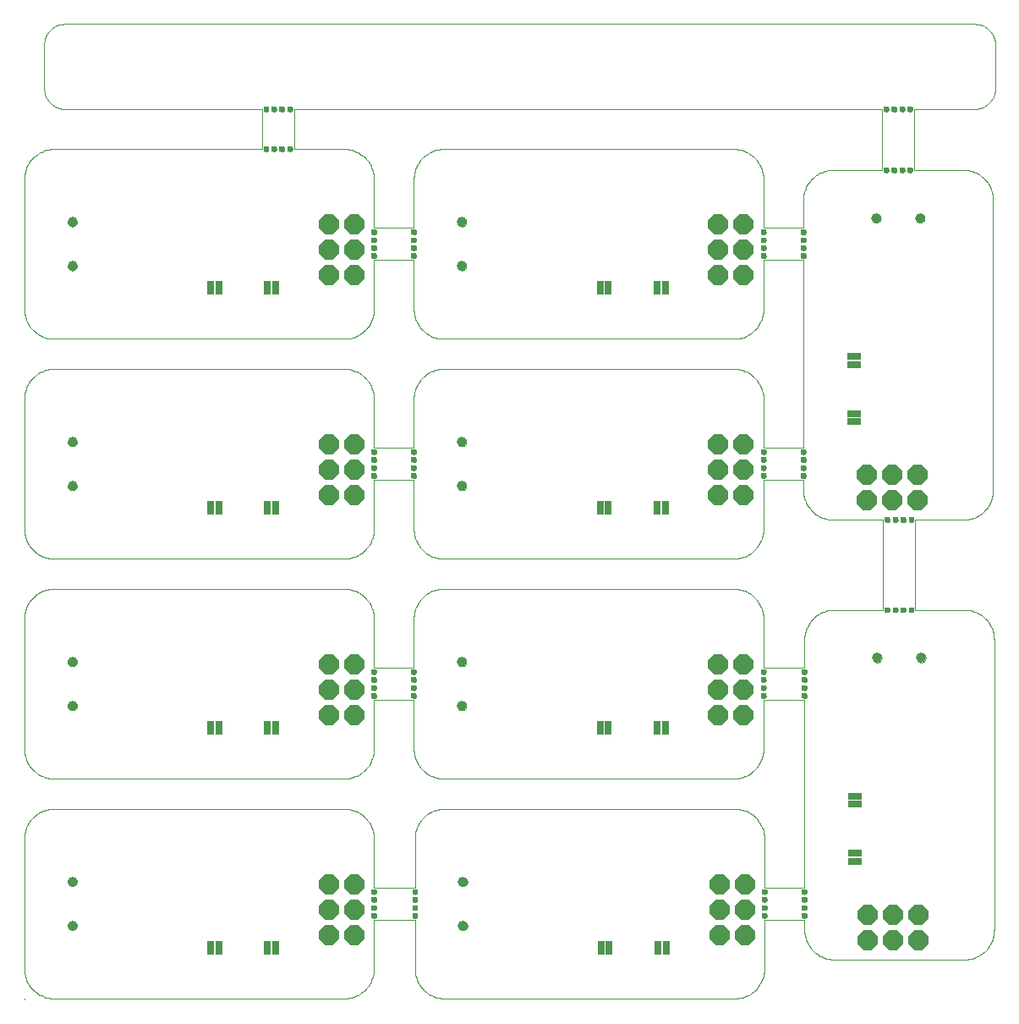
<source format=gbs>
G75*
G70*
%OFA0B0*%
%FSLAX24Y24*%
%IPPOS*%
%LPD*%
%AMOC8*
5,1,8,0,0,1.08239X$1,22.5*
%
%ADD10C,0.0000*%
%ADD11C,0.0237*%
%ADD12OC8,0.0780*%
%ADD13C,0.0394*%
%ADD14R,0.0290X0.0540*%
%ADD15R,0.0540X0.0290*%
D10*
X000436Y000386D02*
X000436Y000425D01*
X001617Y000425D02*
X013034Y000425D01*
X013100Y000427D01*
X013166Y000432D01*
X013232Y000442D01*
X013297Y000455D01*
X013361Y000471D01*
X013424Y000491D01*
X013486Y000515D01*
X013546Y000542D01*
X013605Y000572D01*
X013662Y000606D01*
X013717Y000643D01*
X013770Y000683D01*
X013821Y000725D01*
X013869Y000771D01*
X013915Y000819D01*
X013957Y000870D01*
X013997Y000923D01*
X014034Y000978D01*
X014068Y001035D01*
X014098Y001094D01*
X014125Y001154D01*
X014149Y001216D01*
X014169Y001279D01*
X014185Y001343D01*
X014198Y001408D01*
X014208Y001474D01*
X014213Y001540D01*
X014215Y001606D01*
X014216Y001606D02*
X014216Y003535D01*
X015830Y003535D01*
X015830Y001606D01*
X015832Y001540D01*
X015837Y001474D01*
X015847Y001408D01*
X015860Y001343D01*
X015876Y001279D01*
X015896Y001216D01*
X015920Y001154D01*
X015947Y001094D01*
X015977Y001035D01*
X016011Y000978D01*
X016048Y000923D01*
X016088Y000870D01*
X016130Y000819D01*
X016176Y000771D01*
X016224Y000725D01*
X016275Y000683D01*
X016328Y000643D01*
X016383Y000606D01*
X016440Y000572D01*
X016499Y000542D01*
X016559Y000515D01*
X016621Y000491D01*
X016684Y000471D01*
X016748Y000455D01*
X016813Y000442D01*
X016879Y000432D01*
X016945Y000427D01*
X017011Y000425D01*
X028428Y000425D01*
X028494Y000427D01*
X028560Y000432D01*
X028626Y000442D01*
X028691Y000455D01*
X028755Y000471D01*
X028818Y000491D01*
X028880Y000515D01*
X028940Y000542D01*
X028999Y000572D01*
X029056Y000606D01*
X029111Y000643D01*
X029164Y000683D01*
X029215Y000725D01*
X029263Y000771D01*
X029309Y000819D01*
X029351Y000870D01*
X029391Y000923D01*
X029428Y000978D01*
X029462Y001035D01*
X029492Y001094D01*
X029519Y001154D01*
X029543Y001216D01*
X029563Y001279D01*
X029579Y001343D01*
X029592Y001408D01*
X029602Y001474D01*
X029607Y001540D01*
X029609Y001606D01*
X029609Y003535D01*
X031184Y003535D01*
X031184Y003142D01*
X031086Y003693D02*
X031088Y003712D01*
X031093Y003731D01*
X031103Y003747D01*
X031115Y003762D01*
X031130Y003774D01*
X031146Y003784D01*
X031165Y003789D01*
X031184Y003791D01*
X031203Y003789D01*
X031222Y003784D01*
X031238Y003774D01*
X031253Y003762D01*
X031265Y003747D01*
X031275Y003731D01*
X031280Y003712D01*
X031282Y003693D01*
X031280Y003674D01*
X031275Y003655D01*
X031265Y003639D01*
X031253Y003624D01*
X031238Y003612D01*
X031222Y003602D01*
X031203Y003597D01*
X031184Y003595D01*
X031165Y003597D01*
X031146Y003602D01*
X031130Y003612D01*
X031115Y003624D01*
X031103Y003639D01*
X031093Y003655D01*
X031088Y003674D01*
X031086Y003693D01*
X031086Y004008D02*
X031088Y004027D01*
X031093Y004046D01*
X031103Y004062D01*
X031115Y004077D01*
X031130Y004089D01*
X031146Y004099D01*
X031165Y004104D01*
X031184Y004106D01*
X031203Y004104D01*
X031222Y004099D01*
X031238Y004089D01*
X031253Y004077D01*
X031265Y004062D01*
X031275Y004046D01*
X031280Y004027D01*
X031282Y004008D01*
X031280Y003989D01*
X031275Y003970D01*
X031265Y003954D01*
X031253Y003939D01*
X031238Y003927D01*
X031222Y003917D01*
X031203Y003912D01*
X031184Y003910D01*
X031165Y003912D01*
X031146Y003917D01*
X031130Y003927D01*
X031115Y003939D01*
X031103Y003954D01*
X031093Y003970D01*
X031088Y003989D01*
X031086Y004008D01*
X031086Y004323D02*
X031088Y004342D01*
X031093Y004361D01*
X031103Y004377D01*
X031115Y004392D01*
X031130Y004404D01*
X031146Y004414D01*
X031165Y004419D01*
X031184Y004421D01*
X031203Y004419D01*
X031222Y004414D01*
X031238Y004404D01*
X031253Y004392D01*
X031265Y004377D01*
X031275Y004361D01*
X031280Y004342D01*
X031282Y004323D01*
X031280Y004304D01*
X031275Y004285D01*
X031265Y004269D01*
X031253Y004254D01*
X031238Y004242D01*
X031222Y004232D01*
X031203Y004227D01*
X031184Y004225D01*
X031165Y004227D01*
X031146Y004232D01*
X031130Y004242D01*
X031115Y004254D01*
X031103Y004269D01*
X031093Y004285D01*
X031088Y004304D01*
X031086Y004323D01*
X031086Y004638D02*
X031088Y004657D01*
X031093Y004676D01*
X031103Y004692D01*
X031115Y004707D01*
X031130Y004719D01*
X031146Y004729D01*
X031165Y004734D01*
X031184Y004736D01*
X031203Y004734D01*
X031222Y004729D01*
X031238Y004719D01*
X031253Y004707D01*
X031265Y004692D01*
X031275Y004676D01*
X031280Y004657D01*
X031282Y004638D01*
X031280Y004619D01*
X031275Y004600D01*
X031265Y004584D01*
X031253Y004569D01*
X031238Y004557D01*
X031222Y004547D01*
X031203Y004542D01*
X031184Y004540D01*
X031165Y004542D01*
X031146Y004547D01*
X031130Y004557D01*
X031115Y004569D01*
X031103Y004584D01*
X031093Y004600D01*
X031088Y004619D01*
X031086Y004638D01*
X031184Y004795D02*
X029609Y004795D01*
X029609Y006724D01*
X029607Y006790D01*
X029602Y006856D01*
X029592Y006922D01*
X029579Y006987D01*
X029563Y007051D01*
X029543Y007114D01*
X029519Y007176D01*
X029492Y007236D01*
X029462Y007295D01*
X029428Y007352D01*
X029391Y007407D01*
X029351Y007460D01*
X029309Y007511D01*
X029263Y007559D01*
X029215Y007605D01*
X029164Y007647D01*
X029111Y007687D01*
X029056Y007724D01*
X028999Y007758D01*
X028940Y007788D01*
X028880Y007815D01*
X028818Y007839D01*
X028755Y007859D01*
X028691Y007875D01*
X028626Y007888D01*
X028560Y007898D01*
X028494Y007903D01*
X028428Y007905D01*
X017011Y007905D01*
X016945Y007903D01*
X016879Y007898D01*
X016813Y007888D01*
X016748Y007875D01*
X016684Y007859D01*
X016621Y007839D01*
X016559Y007815D01*
X016499Y007788D01*
X016440Y007758D01*
X016383Y007724D01*
X016328Y007687D01*
X016275Y007647D01*
X016224Y007605D01*
X016176Y007559D01*
X016130Y007511D01*
X016088Y007460D01*
X016048Y007407D01*
X016011Y007352D01*
X015977Y007295D01*
X015947Y007236D01*
X015920Y007176D01*
X015896Y007114D01*
X015876Y007051D01*
X015860Y006987D01*
X015847Y006922D01*
X015837Y006856D01*
X015832Y006790D01*
X015830Y006724D01*
X015830Y004795D01*
X014216Y004795D01*
X014216Y006724D01*
X014215Y006724D02*
X014213Y006790D01*
X014208Y006856D01*
X014198Y006922D01*
X014185Y006987D01*
X014169Y007051D01*
X014149Y007114D01*
X014125Y007176D01*
X014098Y007236D01*
X014068Y007295D01*
X014034Y007352D01*
X013997Y007407D01*
X013957Y007460D01*
X013915Y007511D01*
X013869Y007559D01*
X013821Y007605D01*
X013770Y007647D01*
X013717Y007687D01*
X013662Y007724D01*
X013605Y007758D01*
X013546Y007788D01*
X013486Y007815D01*
X013424Y007839D01*
X013361Y007859D01*
X013297Y007875D01*
X013232Y007888D01*
X013166Y007898D01*
X013100Y007903D01*
X013034Y007905D01*
X001617Y007905D01*
X001551Y007903D01*
X001485Y007898D01*
X001419Y007888D01*
X001354Y007875D01*
X001290Y007859D01*
X001227Y007839D01*
X001165Y007815D01*
X001105Y007788D01*
X001046Y007758D01*
X000989Y007724D01*
X000934Y007687D01*
X000881Y007647D01*
X000830Y007605D01*
X000782Y007559D01*
X000736Y007511D01*
X000694Y007460D01*
X000654Y007407D01*
X000617Y007352D01*
X000583Y007295D01*
X000553Y007236D01*
X000526Y007176D01*
X000502Y007114D01*
X000482Y007051D01*
X000466Y006987D01*
X000453Y006922D01*
X000443Y006856D01*
X000438Y006790D01*
X000436Y006724D01*
X000436Y001606D01*
X000438Y001540D01*
X000443Y001474D01*
X000453Y001408D01*
X000466Y001343D01*
X000482Y001279D01*
X000502Y001216D01*
X000526Y001154D01*
X000553Y001094D01*
X000583Y001035D01*
X000617Y000978D01*
X000654Y000923D01*
X000694Y000870D01*
X000736Y000819D01*
X000782Y000771D01*
X000830Y000725D01*
X000881Y000683D01*
X000934Y000643D01*
X000989Y000606D01*
X001046Y000572D01*
X001105Y000542D01*
X001165Y000515D01*
X001227Y000491D01*
X001290Y000471D01*
X001354Y000455D01*
X001419Y000442D01*
X001485Y000432D01*
X001551Y000427D01*
X001617Y000425D01*
X002153Y003299D02*
X002155Y003325D01*
X002161Y003351D01*
X002171Y003376D01*
X002184Y003399D01*
X002200Y003419D01*
X002220Y003437D01*
X002242Y003452D01*
X002265Y003464D01*
X002291Y003472D01*
X002317Y003476D01*
X002343Y003476D01*
X002369Y003472D01*
X002395Y003464D01*
X002419Y003452D01*
X002440Y003437D01*
X002460Y003419D01*
X002476Y003399D01*
X002489Y003376D01*
X002499Y003351D01*
X002505Y003325D01*
X002507Y003299D01*
X002505Y003273D01*
X002499Y003247D01*
X002489Y003222D01*
X002476Y003199D01*
X002460Y003179D01*
X002440Y003161D01*
X002418Y003146D01*
X002395Y003134D01*
X002369Y003126D01*
X002343Y003122D01*
X002317Y003122D01*
X002291Y003126D01*
X002265Y003134D01*
X002241Y003146D01*
X002220Y003161D01*
X002200Y003179D01*
X002184Y003199D01*
X002171Y003222D01*
X002161Y003247D01*
X002155Y003273D01*
X002153Y003299D01*
X002153Y005031D02*
X002155Y005057D01*
X002161Y005083D01*
X002171Y005108D01*
X002184Y005131D01*
X002200Y005151D01*
X002220Y005169D01*
X002242Y005184D01*
X002265Y005196D01*
X002291Y005204D01*
X002317Y005208D01*
X002343Y005208D01*
X002369Y005204D01*
X002395Y005196D01*
X002419Y005184D01*
X002440Y005169D01*
X002460Y005151D01*
X002476Y005131D01*
X002489Y005108D01*
X002499Y005083D01*
X002505Y005057D01*
X002507Y005031D01*
X002505Y005005D01*
X002499Y004979D01*
X002489Y004954D01*
X002476Y004931D01*
X002460Y004911D01*
X002440Y004893D01*
X002418Y004878D01*
X002395Y004866D01*
X002369Y004858D01*
X002343Y004854D01*
X002317Y004854D01*
X002291Y004858D01*
X002265Y004866D01*
X002241Y004878D01*
X002220Y004893D01*
X002200Y004911D01*
X002184Y004931D01*
X002171Y004954D01*
X002161Y004979D01*
X002155Y005005D01*
X002153Y005031D01*
X001617Y009086D02*
X013034Y009086D01*
X013034Y009087D02*
X013100Y009089D01*
X013166Y009094D01*
X013232Y009104D01*
X013297Y009117D01*
X013361Y009133D01*
X013424Y009153D01*
X013486Y009177D01*
X013546Y009204D01*
X013605Y009234D01*
X013662Y009268D01*
X013717Y009305D01*
X013770Y009345D01*
X013821Y009387D01*
X013869Y009433D01*
X013915Y009481D01*
X013957Y009532D01*
X013997Y009585D01*
X014034Y009640D01*
X014068Y009697D01*
X014098Y009756D01*
X014125Y009816D01*
X014149Y009878D01*
X014169Y009941D01*
X014185Y010005D01*
X014198Y010070D01*
X014208Y010136D01*
X014213Y010202D01*
X014215Y010268D01*
X014216Y010268D02*
X014216Y012197D01*
X015790Y012197D01*
X015790Y010268D01*
X015792Y010202D01*
X015797Y010136D01*
X015807Y010070D01*
X015820Y010005D01*
X015836Y009941D01*
X015856Y009878D01*
X015880Y009816D01*
X015907Y009756D01*
X015937Y009697D01*
X015971Y009640D01*
X016008Y009585D01*
X016048Y009532D01*
X016090Y009481D01*
X016136Y009433D01*
X016184Y009387D01*
X016235Y009345D01*
X016288Y009305D01*
X016343Y009268D01*
X016400Y009234D01*
X016459Y009204D01*
X016519Y009177D01*
X016581Y009153D01*
X016644Y009133D01*
X016708Y009117D01*
X016773Y009104D01*
X016839Y009094D01*
X016905Y009089D01*
X016971Y009087D01*
X016971Y009086D02*
X028389Y009086D01*
X028389Y009087D02*
X028455Y009089D01*
X028521Y009094D01*
X028587Y009104D01*
X028652Y009117D01*
X028716Y009133D01*
X028779Y009153D01*
X028841Y009177D01*
X028901Y009204D01*
X028960Y009234D01*
X029017Y009268D01*
X029072Y009305D01*
X029125Y009345D01*
X029176Y009387D01*
X029224Y009433D01*
X029270Y009481D01*
X029312Y009532D01*
X029352Y009585D01*
X029389Y009640D01*
X029423Y009697D01*
X029453Y009756D01*
X029480Y009816D01*
X029504Y009878D01*
X029524Y009941D01*
X029540Y010005D01*
X029553Y010070D01*
X029563Y010136D01*
X029568Y010202D01*
X029570Y010268D01*
X029570Y012197D01*
X031184Y012197D01*
X031184Y004795D01*
X029511Y004638D02*
X029513Y004657D01*
X029518Y004676D01*
X029528Y004692D01*
X029540Y004707D01*
X029555Y004719D01*
X029571Y004729D01*
X029590Y004734D01*
X029609Y004736D01*
X029628Y004734D01*
X029647Y004729D01*
X029663Y004719D01*
X029678Y004707D01*
X029690Y004692D01*
X029700Y004676D01*
X029705Y004657D01*
X029707Y004638D01*
X029705Y004619D01*
X029700Y004600D01*
X029690Y004584D01*
X029678Y004569D01*
X029663Y004557D01*
X029647Y004547D01*
X029628Y004542D01*
X029609Y004540D01*
X029590Y004542D01*
X029571Y004547D01*
X029555Y004557D01*
X029540Y004569D01*
X029528Y004584D01*
X029518Y004600D01*
X029513Y004619D01*
X029511Y004638D01*
X029511Y004323D02*
X029513Y004342D01*
X029518Y004361D01*
X029528Y004377D01*
X029540Y004392D01*
X029555Y004404D01*
X029571Y004414D01*
X029590Y004419D01*
X029609Y004421D01*
X029628Y004419D01*
X029647Y004414D01*
X029663Y004404D01*
X029678Y004392D01*
X029690Y004377D01*
X029700Y004361D01*
X029705Y004342D01*
X029707Y004323D01*
X029705Y004304D01*
X029700Y004285D01*
X029690Y004269D01*
X029678Y004254D01*
X029663Y004242D01*
X029647Y004232D01*
X029628Y004227D01*
X029609Y004225D01*
X029590Y004227D01*
X029571Y004232D01*
X029555Y004242D01*
X029540Y004254D01*
X029528Y004269D01*
X029518Y004285D01*
X029513Y004304D01*
X029511Y004323D01*
X029511Y004008D02*
X029513Y004027D01*
X029518Y004046D01*
X029528Y004062D01*
X029540Y004077D01*
X029555Y004089D01*
X029571Y004099D01*
X029590Y004104D01*
X029609Y004106D01*
X029628Y004104D01*
X029647Y004099D01*
X029663Y004089D01*
X029678Y004077D01*
X029690Y004062D01*
X029700Y004046D01*
X029705Y004027D01*
X029707Y004008D01*
X029705Y003989D01*
X029700Y003970D01*
X029690Y003954D01*
X029678Y003939D01*
X029663Y003927D01*
X029647Y003917D01*
X029628Y003912D01*
X029609Y003910D01*
X029590Y003912D01*
X029571Y003917D01*
X029555Y003927D01*
X029540Y003939D01*
X029528Y003954D01*
X029518Y003970D01*
X029513Y003989D01*
X029511Y004008D01*
X029511Y003693D02*
X029513Y003712D01*
X029518Y003731D01*
X029528Y003747D01*
X029540Y003762D01*
X029555Y003774D01*
X029571Y003784D01*
X029590Y003789D01*
X029609Y003791D01*
X029628Y003789D01*
X029647Y003784D01*
X029663Y003774D01*
X029678Y003762D01*
X029690Y003747D01*
X029700Y003731D01*
X029705Y003712D01*
X029707Y003693D01*
X029705Y003674D01*
X029700Y003655D01*
X029690Y003639D01*
X029678Y003624D01*
X029663Y003612D01*
X029647Y003602D01*
X029628Y003597D01*
X029609Y003595D01*
X029590Y003597D01*
X029571Y003602D01*
X029555Y003612D01*
X029540Y003624D01*
X029528Y003639D01*
X029518Y003655D01*
X029513Y003674D01*
X029511Y003693D01*
X031184Y003142D02*
X031186Y003076D01*
X031191Y003010D01*
X031201Y002944D01*
X031214Y002879D01*
X031230Y002815D01*
X031250Y002752D01*
X031274Y002690D01*
X031301Y002630D01*
X031331Y002571D01*
X031365Y002514D01*
X031402Y002459D01*
X031442Y002406D01*
X031484Y002355D01*
X031530Y002307D01*
X031578Y002261D01*
X031629Y002219D01*
X031682Y002179D01*
X031737Y002142D01*
X031794Y002108D01*
X031853Y002078D01*
X031913Y002051D01*
X031975Y002027D01*
X032038Y002007D01*
X032102Y001991D01*
X032167Y001978D01*
X032233Y001968D01*
X032299Y001963D01*
X032365Y001961D01*
X032365Y001960D02*
X037483Y001960D01*
X037483Y001961D02*
X037549Y001963D01*
X037615Y001968D01*
X037681Y001978D01*
X037746Y001991D01*
X037810Y002007D01*
X037873Y002027D01*
X037935Y002051D01*
X037995Y002078D01*
X038054Y002108D01*
X038111Y002142D01*
X038166Y002179D01*
X038219Y002219D01*
X038270Y002261D01*
X038318Y002307D01*
X038364Y002355D01*
X038406Y002406D01*
X038446Y002459D01*
X038483Y002514D01*
X038517Y002571D01*
X038547Y002630D01*
X038574Y002690D01*
X038598Y002752D01*
X038618Y002815D01*
X038634Y002879D01*
X038647Y002944D01*
X038657Y003010D01*
X038662Y003076D01*
X038664Y003142D01*
X038664Y014559D01*
X038662Y014625D01*
X038657Y014691D01*
X038647Y014757D01*
X038634Y014822D01*
X038618Y014886D01*
X038598Y014949D01*
X038574Y015011D01*
X038547Y015071D01*
X038517Y015130D01*
X038483Y015187D01*
X038446Y015242D01*
X038406Y015295D01*
X038364Y015346D01*
X038318Y015394D01*
X038270Y015440D01*
X038219Y015482D01*
X038166Y015522D01*
X038111Y015559D01*
X038054Y015593D01*
X037995Y015623D01*
X037935Y015650D01*
X037873Y015674D01*
X037810Y015694D01*
X037746Y015710D01*
X037681Y015723D01*
X037615Y015733D01*
X037549Y015738D01*
X037483Y015740D01*
X035554Y015740D01*
X035554Y019283D01*
X037444Y019283D01*
X037510Y019285D01*
X037576Y019290D01*
X037642Y019300D01*
X037707Y019313D01*
X037771Y019329D01*
X037834Y019349D01*
X037896Y019373D01*
X037956Y019400D01*
X038015Y019430D01*
X038072Y019464D01*
X038127Y019501D01*
X038180Y019541D01*
X038231Y019583D01*
X038279Y019629D01*
X038325Y019677D01*
X038367Y019728D01*
X038407Y019781D01*
X038444Y019836D01*
X038478Y019893D01*
X038508Y019952D01*
X038535Y020012D01*
X038559Y020074D01*
X038579Y020137D01*
X038595Y020201D01*
X038608Y020266D01*
X038618Y020332D01*
X038623Y020398D01*
X038625Y020464D01*
X038625Y031882D01*
X038623Y031948D01*
X038618Y032014D01*
X038608Y032080D01*
X038595Y032145D01*
X038579Y032209D01*
X038559Y032272D01*
X038535Y032334D01*
X038508Y032394D01*
X038478Y032453D01*
X038444Y032510D01*
X038407Y032565D01*
X038367Y032618D01*
X038325Y032669D01*
X038279Y032717D01*
X038231Y032763D01*
X038180Y032805D01*
X038127Y032845D01*
X038072Y032882D01*
X038015Y032916D01*
X037956Y032946D01*
X037896Y032973D01*
X037834Y032997D01*
X037771Y033017D01*
X037707Y033033D01*
X037642Y033046D01*
X037576Y033056D01*
X037510Y033061D01*
X037444Y033063D01*
X035515Y033063D01*
X035515Y035464D01*
X037916Y035464D01*
X037916Y035465D02*
X037970Y035467D01*
X038023Y035472D01*
X038076Y035481D01*
X038128Y035494D01*
X038180Y035510D01*
X038230Y035530D01*
X038278Y035553D01*
X038325Y035580D01*
X038370Y035609D01*
X038413Y035642D01*
X038453Y035677D01*
X038491Y035715D01*
X038526Y035755D01*
X038559Y035798D01*
X038588Y035843D01*
X038615Y035890D01*
X038638Y035938D01*
X038658Y035988D01*
X038674Y036040D01*
X038687Y036092D01*
X038696Y036145D01*
X038701Y036198D01*
X038703Y036252D01*
X038704Y036252D02*
X038704Y038023D01*
X038703Y038023D02*
X038701Y038077D01*
X038696Y038130D01*
X038687Y038183D01*
X038674Y038235D01*
X038658Y038287D01*
X038638Y038337D01*
X038615Y038385D01*
X038588Y038432D01*
X038559Y038477D01*
X038526Y038520D01*
X038491Y038560D01*
X038453Y038598D01*
X038413Y038633D01*
X038370Y038666D01*
X038325Y038695D01*
X038278Y038722D01*
X038230Y038745D01*
X038180Y038765D01*
X038128Y038781D01*
X038076Y038794D01*
X038023Y038803D01*
X037970Y038808D01*
X037916Y038810D01*
X037916Y038811D02*
X002011Y038811D01*
X002011Y038810D02*
X001957Y038808D01*
X001904Y038803D01*
X001851Y038794D01*
X001799Y038781D01*
X001747Y038765D01*
X001697Y038745D01*
X001649Y038722D01*
X001602Y038695D01*
X001557Y038666D01*
X001514Y038633D01*
X001474Y038598D01*
X001436Y038560D01*
X001401Y038520D01*
X001368Y038477D01*
X001339Y038432D01*
X001312Y038385D01*
X001289Y038337D01*
X001269Y038287D01*
X001253Y038235D01*
X001240Y038183D01*
X001231Y038130D01*
X001226Y038077D01*
X001224Y038023D01*
X001223Y038023D02*
X001223Y036252D01*
X001224Y036252D02*
X001226Y036198D01*
X001231Y036145D01*
X001240Y036092D01*
X001253Y036040D01*
X001269Y035988D01*
X001289Y035938D01*
X001312Y035890D01*
X001339Y035843D01*
X001368Y035798D01*
X001401Y035755D01*
X001436Y035715D01*
X001474Y035677D01*
X001514Y035642D01*
X001557Y035609D01*
X001602Y035580D01*
X001649Y035553D01*
X001697Y035530D01*
X001747Y035510D01*
X001799Y035494D01*
X001851Y035481D01*
X001904Y035472D01*
X001957Y035467D01*
X002011Y035465D01*
X002011Y035464D02*
X009806Y035464D01*
X009806Y033890D01*
X001617Y033890D01*
X001617Y033889D02*
X001551Y033887D01*
X001485Y033882D01*
X001419Y033872D01*
X001354Y033859D01*
X001290Y033843D01*
X001227Y033823D01*
X001165Y033799D01*
X001105Y033772D01*
X001046Y033742D01*
X000989Y033708D01*
X000934Y033671D01*
X000881Y033631D01*
X000830Y033589D01*
X000782Y033543D01*
X000736Y033495D01*
X000694Y033444D01*
X000654Y033391D01*
X000617Y033336D01*
X000583Y033279D01*
X000553Y033220D01*
X000526Y033160D01*
X000502Y033098D01*
X000482Y033035D01*
X000466Y032971D01*
X000453Y032906D01*
X000443Y032840D01*
X000438Y032774D01*
X000436Y032708D01*
X000436Y027590D01*
X000438Y027524D01*
X000443Y027458D01*
X000453Y027392D01*
X000466Y027327D01*
X000482Y027263D01*
X000502Y027200D01*
X000526Y027138D01*
X000553Y027078D01*
X000583Y027019D01*
X000617Y026962D01*
X000654Y026907D01*
X000694Y026854D01*
X000736Y026803D01*
X000782Y026755D01*
X000830Y026709D01*
X000881Y026667D01*
X000934Y026627D01*
X000989Y026590D01*
X001046Y026556D01*
X001105Y026526D01*
X001165Y026499D01*
X001227Y026475D01*
X001290Y026455D01*
X001354Y026439D01*
X001419Y026426D01*
X001485Y026416D01*
X001551Y026411D01*
X001617Y026409D01*
X013034Y026409D01*
X013034Y025228D02*
X001617Y025228D01*
X001551Y025226D01*
X001485Y025221D01*
X001419Y025211D01*
X001354Y025198D01*
X001290Y025182D01*
X001227Y025162D01*
X001165Y025138D01*
X001105Y025111D01*
X001046Y025081D01*
X000989Y025047D01*
X000934Y025010D01*
X000881Y024970D01*
X000830Y024928D01*
X000782Y024882D01*
X000736Y024834D01*
X000694Y024783D01*
X000654Y024730D01*
X000617Y024675D01*
X000583Y024618D01*
X000553Y024559D01*
X000526Y024499D01*
X000502Y024437D01*
X000482Y024374D01*
X000466Y024310D01*
X000453Y024245D01*
X000443Y024179D01*
X000438Y024113D01*
X000436Y024047D01*
X000436Y018929D01*
X000438Y018863D01*
X000443Y018797D01*
X000453Y018731D01*
X000466Y018666D01*
X000482Y018602D01*
X000502Y018539D01*
X000526Y018477D01*
X000553Y018417D01*
X000583Y018358D01*
X000617Y018301D01*
X000654Y018246D01*
X000694Y018193D01*
X000736Y018142D01*
X000782Y018094D01*
X000830Y018048D01*
X000881Y018006D01*
X000934Y017966D01*
X000989Y017929D01*
X001046Y017895D01*
X001105Y017865D01*
X001165Y017838D01*
X001227Y017814D01*
X001290Y017794D01*
X001354Y017778D01*
X001419Y017765D01*
X001485Y017755D01*
X001551Y017750D01*
X001617Y017748D01*
X013034Y017748D01*
X013100Y017750D01*
X013166Y017755D01*
X013232Y017765D01*
X013297Y017778D01*
X013361Y017794D01*
X013424Y017814D01*
X013486Y017838D01*
X013546Y017865D01*
X013605Y017895D01*
X013662Y017929D01*
X013717Y017966D01*
X013770Y018006D01*
X013821Y018048D01*
X013869Y018094D01*
X013915Y018142D01*
X013957Y018193D01*
X013997Y018246D01*
X014034Y018301D01*
X014068Y018358D01*
X014098Y018417D01*
X014125Y018477D01*
X014149Y018539D01*
X014169Y018602D01*
X014185Y018666D01*
X014198Y018731D01*
X014208Y018797D01*
X014213Y018863D01*
X014215Y018929D01*
X014216Y018929D02*
X014216Y020858D01*
X015790Y020858D01*
X015790Y018929D01*
X015792Y018863D01*
X015797Y018797D01*
X015807Y018731D01*
X015820Y018666D01*
X015836Y018602D01*
X015856Y018539D01*
X015880Y018477D01*
X015907Y018417D01*
X015937Y018358D01*
X015971Y018301D01*
X016008Y018246D01*
X016048Y018193D01*
X016090Y018142D01*
X016136Y018094D01*
X016184Y018048D01*
X016235Y018006D01*
X016288Y017966D01*
X016343Y017929D01*
X016400Y017895D01*
X016459Y017865D01*
X016519Y017838D01*
X016581Y017814D01*
X016644Y017794D01*
X016708Y017778D01*
X016773Y017765D01*
X016839Y017755D01*
X016905Y017750D01*
X016971Y017748D01*
X028389Y017748D01*
X028455Y017750D01*
X028521Y017755D01*
X028587Y017765D01*
X028652Y017778D01*
X028716Y017794D01*
X028779Y017814D01*
X028841Y017838D01*
X028901Y017865D01*
X028960Y017895D01*
X029017Y017929D01*
X029072Y017966D01*
X029125Y018006D01*
X029176Y018048D01*
X029224Y018094D01*
X029270Y018142D01*
X029312Y018193D01*
X029352Y018246D01*
X029389Y018301D01*
X029423Y018358D01*
X029453Y018417D01*
X029480Y018477D01*
X029504Y018539D01*
X029524Y018602D01*
X029540Y018666D01*
X029553Y018731D01*
X029563Y018797D01*
X029568Y018863D01*
X029570Y018929D01*
X029570Y020858D01*
X031145Y020858D01*
X031145Y020464D01*
X031047Y021016D02*
X031049Y021035D01*
X031054Y021054D01*
X031064Y021070D01*
X031076Y021085D01*
X031091Y021097D01*
X031107Y021107D01*
X031126Y021112D01*
X031145Y021114D01*
X031164Y021112D01*
X031183Y021107D01*
X031199Y021097D01*
X031214Y021085D01*
X031226Y021070D01*
X031236Y021054D01*
X031241Y021035D01*
X031243Y021016D01*
X031241Y020997D01*
X031236Y020978D01*
X031226Y020962D01*
X031214Y020947D01*
X031199Y020935D01*
X031183Y020925D01*
X031164Y020920D01*
X031145Y020918D01*
X031126Y020920D01*
X031107Y020925D01*
X031091Y020935D01*
X031076Y020947D01*
X031064Y020962D01*
X031054Y020978D01*
X031049Y020997D01*
X031047Y021016D01*
X031047Y021331D02*
X031049Y021350D01*
X031054Y021369D01*
X031064Y021385D01*
X031076Y021400D01*
X031091Y021412D01*
X031107Y021422D01*
X031126Y021427D01*
X031145Y021429D01*
X031164Y021427D01*
X031183Y021422D01*
X031199Y021412D01*
X031214Y021400D01*
X031226Y021385D01*
X031236Y021369D01*
X031241Y021350D01*
X031243Y021331D01*
X031241Y021312D01*
X031236Y021293D01*
X031226Y021277D01*
X031214Y021262D01*
X031199Y021250D01*
X031183Y021240D01*
X031164Y021235D01*
X031145Y021233D01*
X031126Y021235D01*
X031107Y021240D01*
X031091Y021250D01*
X031076Y021262D01*
X031064Y021277D01*
X031054Y021293D01*
X031049Y021312D01*
X031047Y021331D01*
X031047Y021645D02*
X031049Y021664D01*
X031054Y021683D01*
X031064Y021699D01*
X031076Y021714D01*
X031091Y021726D01*
X031107Y021736D01*
X031126Y021741D01*
X031145Y021743D01*
X031164Y021741D01*
X031183Y021736D01*
X031199Y021726D01*
X031214Y021714D01*
X031226Y021699D01*
X031236Y021683D01*
X031241Y021664D01*
X031243Y021645D01*
X031241Y021626D01*
X031236Y021607D01*
X031226Y021591D01*
X031214Y021576D01*
X031199Y021564D01*
X031183Y021554D01*
X031164Y021549D01*
X031145Y021547D01*
X031126Y021549D01*
X031107Y021554D01*
X031091Y021564D01*
X031076Y021576D01*
X031064Y021591D01*
X031054Y021607D01*
X031049Y021626D01*
X031047Y021645D01*
X031047Y021960D02*
X031049Y021979D01*
X031054Y021998D01*
X031064Y022014D01*
X031076Y022029D01*
X031091Y022041D01*
X031107Y022051D01*
X031126Y022056D01*
X031145Y022058D01*
X031164Y022056D01*
X031183Y022051D01*
X031199Y022041D01*
X031214Y022029D01*
X031226Y022014D01*
X031236Y021998D01*
X031241Y021979D01*
X031243Y021960D01*
X031241Y021941D01*
X031236Y021922D01*
X031226Y021906D01*
X031214Y021891D01*
X031199Y021879D01*
X031183Y021869D01*
X031164Y021864D01*
X031145Y021862D01*
X031126Y021864D01*
X031107Y021869D01*
X031091Y021879D01*
X031076Y021891D01*
X031064Y021906D01*
X031054Y021922D01*
X031049Y021941D01*
X031047Y021960D01*
X031145Y022118D02*
X029570Y022118D01*
X029570Y024047D01*
X029568Y024113D01*
X029563Y024179D01*
X029553Y024245D01*
X029540Y024310D01*
X029524Y024374D01*
X029504Y024437D01*
X029480Y024499D01*
X029453Y024559D01*
X029423Y024618D01*
X029389Y024675D01*
X029352Y024730D01*
X029312Y024783D01*
X029270Y024834D01*
X029224Y024882D01*
X029176Y024928D01*
X029125Y024970D01*
X029072Y025010D01*
X029017Y025047D01*
X028960Y025081D01*
X028901Y025111D01*
X028841Y025138D01*
X028779Y025162D01*
X028716Y025182D01*
X028652Y025198D01*
X028587Y025211D01*
X028521Y025221D01*
X028455Y025226D01*
X028389Y025228D01*
X016971Y025228D01*
X016905Y025226D01*
X016839Y025221D01*
X016773Y025211D01*
X016708Y025198D01*
X016644Y025182D01*
X016581Y025162D01*
X016519Y025138D01*
X016459Y025111D01*
X016400Y025081D01*
X016343Y025047D01*
X016288Y025010D01*
X016235Y024970D01*
X016184Y024928D01*
X016136Y024882D01*
X016090Y024834D01*
X016048Y024783D01*
X016008Y024730D01*
X015971Y024675D01*
X015937Y024618D01*
X015907Y024559D01*
X015880Y024499D01*
X015856Y024437D01*
X015836Y024374D01*
X015820Y024310D01*
X015807Y024245D01*
X015797Y024179D01*
X015792Y024113D01*
X015790Y024047D01*
X015790Y022118D01*
X014216Y022118D01*
X014216Y024047D01*
X014215Y024047D02*
X014213Y024113D01*
X014208Y024179D01*
X014198Y024245D01*
X014185Y024310D01*
X014169Y024374D01*
X014149Y024437D01*
X014125Y024499D01*
X014098Y024559D01*
X014068Y024618D01*
X014034Y024675D01*
X013997Y024730D01*
X013957Y024783D01*
X013915Y024834D01*
X013869Y024882D01*
X013821Y024928D01*
X013770Y024970D01*
X013717Y025010D01*
X013662Y025047D01*
X013605Y025081D01*
X013546Y025111D01*
X013486Y025138D01*
X013424Y025162D01*
X013361Y025182D01*
X013297Y025198D01*
X013232Y025211D01*
X013166Y025221D01*
X013100Y025226D01*
X013034Y025228D01*
X013034Y026409D02*
X013100Y026411D01*
X013166Y026416D01*
X013232Y026426D01*
X013297Y026439D01*
X013361Y026455D01*
X013424Y026475D01*
X013486Y026499D01*
X013546Y026526D01*
X013605Y026556D01*
X013662Y026590D01*
X013717Y026627D01*
X013770Y026667D01*
X013821Y026709D01*
X013869Y026755D01*
X013915Y026803D01*
X013957Y026854D01*
X013997Y026907D01*
X014034Y026962D01*
X014068Y027019D01*
X014098Y027078D01*
X014125Y027138D01*
X014149Y027200D01*
X014169Y027263D01*
X014185Y027327D01*
X014198Y027392D01*
X014208Y027458D01*
X014213Y027524D01*
X014215Y027590D01*
X014216Y027590D02*
X014216Y029519D01*
X015790Y029519D01*
X015790Y027590D01*
X015792Y027524D01*
X015797Y027458D01*
X015807Y027392D01*
X015820Y027327D01*
X015836Y027263D01*
X015856Y027200D01*
X015880Y027138D01*
X015907Y027078D01*
X015937Y027019D01*
X015971Y026962D01*
X016008Y026907D01*
X016048Y026854D01*
X016090Y026803D01*
X016136Y026755D01*
X016184Y026709D01*
X016235Y026667D01*
X016288Y026627D01*
X016343Y026590D01*
X016400Y026556D01*
X016459Y026526D01*
X016519Y026499D01*
X016581Y026475D01*
X016644Y026455D01*
X016708Y026439D01*
X016773Y026426D01*
X016839Y026416D01*
X016905Y026411D01*
X016971Y026409D01*
X028389Y026409D01*
X028455Y026411D01*
X028521Y026416D01*
X028587Y026426D01*
X028652Y026439D01*
X028716Y026455D01*
X028779Y026475D01*
X028841Y026499D01*
X028901Y026526D01*
X028960Y026556D01*
X029017Y026590D01*
X029072Y026627D01*
X029125Y026667D01*
X029176Y026709D01*
X029224Y026755D01*
X029270Y026803D01*
X029312Y026854D01*
X029352Y026907D01*
X029389Y026962D01*
X029423Y027019D01*
X029453Y027078D01*
X029480Y027138D01*
X029504Y027200D01*
X029524Y027263D01*
X029540Y027327D01*
X029553Y027392D01*
X029563Y027458D01*
X029568Y027524D01*
X029570Y027590D01*
X029570Y029519D01*
X031145Y029519D01*
X031145Y022118D01*
X029472Y021960D02*
X029474Y021979D01*
X029479Y021998D01*
X029489Y022014D01*
X029501Y022029D01*
X029516Y022041D01*
X029532Y022051D01*
X029551Y022056D01*
X029570Y022058D01*
X029589Y022056D01*
X029608Y022051D01*
X029624Y022041D01*
X029639Y022029D01*
X029651Y022014D01*
X029661Y021998D01*
X029666Y021979D01*
X029668Y021960D01*
X029666Y021941D01*
X029661Y021922D01*
X029651Y021906D01*
X029639Y021891D01*
X029624Y021879D01*
X029608Y021869D01*
X029589Y021864D01*
X029570Y021862D01*
X029551Y021864D01*
X029532Y021869D01*
X029516Y021879D01*
X029501Y021891D01*
X029489Y021906D01*
X029479Y021922D01*
X029474Y021941D01*
X029472Y021960D01*
X029472Y021645D02*
X029474Y021664D01*
X029479Y021683D01*
X029489Y021699D01*
X029501Y021714D01*
X029516Y021726D01*
X029532Y021736D01*
X029551Y021741D01*
X029570Y021743D01*
X029589Y021741D01*
X029608Y021736D01*
X029624Y021726D01*
X029639Y021714D01*
X029651Y021699D01*
X029661Y021683D01*
X029666Y021664D01*
X029668Y021645D01*
X029666Y021626D01*
X029661Y021607D01*
X029651Y021591D01*
X029639Y021576D01*
X029624Y021564D01*
X029608Y021554D01*
X029589Y021549D01*
X029570Y021547D01*
X029551Y021549D01*
X029532Y021554D01*
X029516Y021564D01*
X029501Y021576D01*
X029489Y021591D01*
X029479Y021607D01*
X029474Y021626D01*
X029472Y021645D01*
X029472Y021331D02*
X029474Y021350D01*
X029479Y021369D01*
X029489Y021385D01*
X029501Y021400D01*
X029516Y021412D01*
X029532Y021422D01*
X029551Y021427D01*
X029570Y021429D01*
X029589Y021427D01*
X029608Y021422D01*
X029624Y021412D01*
X029639Y021400D01*
X029651Y021385D01*
X029661Y021369D01*
X029666Y021350D01*
X029668Y021331D01*
X029666Y021312D01*
X029661Y021293D01*
X029651Y021277D01*
X029639Y021262D01*
X029624Y021250D01*
X029608Y021240D01*
X029589Y021235D01*
X029570Y021233D01*
X029551Y021235D01*
X029532Y021240D01*
X029516Y021250D01*
X029501Y021262D01*
X029489Y021277D01*
X029479Y021293D01*
X029474Y021312D01*
X029472Y021331D01*
X029472Y021016D02*
X029474Y021035D01*
X029479Y021054D01*
X029489Y021070D01*
X029501Y021085D01*
X029516Y021097D01*
X029532Y021107D01*
X029551Y021112D01*
X029570Y021114D01*
X029589Y021112D01*
X029608Y021107D01*
X029624Y021097D01*
X029639Y021085D01*
X029651Y021070D01*
X029661Y021054D01*
X029666Y021035D01*
X029668Y021016D01*
X029666Y020997D01*
X029661Y020978D01*
X029651Y020962D01*
X029639Y020947D01*
X029624Y020935D01*
X029608Y020925D01*
X029589Y020920D01*
X029570Y020918D01*
X029551Y020920D01*
X029532Y020925D01*
X029516Y020935D01*
X029501Y020947D01*
X029489Y020962D01*
X029479Y020978D01*
X029474Y020997D01*
X029472Y021016D01*
X031145Y020464D02*
X031147Y020398D01*
X031152Y020332D01*
X031162Y020266D01*
X031175Y020201D01*
X031191Y020137D01*
X031211Y020074D01*
X031235Y020012D01*
X031262Y019952D01*
X031292Y019893D01*
X031326Y019836D01*
X031363Y019781D01*
X031403Y019728D01*
X031445Y019677D01*
X031491Y019629D01*
X031539Y019583D01*
X031590Y019541D01*
X031643Y019501D01*
X031698Y019464D01*
X031755Y019430D01*
X031814Y019400D01*
X031874Y019373D01*
X031936Y019349D01*
X031999Y019329D01*
X032063Y019313D01*
X032128Y019300D01*
X032194Y019290D01*
X032260Y019285D01*
X032326Y019283D01*
X034294Y019283D01*
X034294Y015740D01*
X032365Y015740D01*
X032299Y015738D01*
X032233Y015733D01*
X032167Y015723D01*
X032102Y015710D01*
X032038Y015694D01*
X031975Y015674D01*
X031913Y015650D01*
X031853Y015623D01*
X031794Y015593D01*
X031737Y015559D01*
X031682Y015522D01*
X031629Y015482D01*
X031578Y015440D01*
X031530Y015394D01*
X031484Y015346D01*
X031442Y015295D01*
X031402Y015242D01*
X031365Y015187D01*
X031331Y015130D01*
X031301Y015071D01*
X031274Y015011D01*
X031250Y014949D01*
X031230Y014886D01*
X031214Y014822D01*
X031201Y014757D01*
X031191Y014691D01*
X031186Y014625D01*
X031184Y014559D01*
X031184Y013456D01*
X029570Y013456D01*
X029570Y015386D01*
X029568Y015452D01*
X029563Y015518D01*
X029553Y015584D01*
X029540Y015649D01*
X029524Y015713D01*
X029504Y015776D01*
X029480Y015838D01*
X029453Y015898D01*
X029423Y015957D01*
X029389Y016014D01*
X029352Y016069D01*
X029312Y016122D01*
X029270Y016173D01*
X029224Y016221D01*
X029176Y016267D01*
X029125Y016309D01*
X029072Y016349D01*
X029017Y016386D01*
X028960Y016420D01*
X028901Y016450D01*
X028841Y016477D01*
X028779Y016501D01*
X028716Y016521D01*
X028652Y016537D01*
X028587Y016550D01*
X028521Y016560D01*
X028455Y016565D01*
X028389Y016567D01*
X016971Y016567D01*
X016905Y016565D01*
X016839Y016560D01*
X016773Y016550D01*
X016708Y016537D01*
X016644Y016521D01*
X016581Y016501D01*
X016519Y016477D01*
X016459Y016450D01*
X016400Y016420D01*
X016343Y016386D01*
X016288Y016349D01*
X016235Y016309D01*
X016184Y016267D01*
X016136Y016221D01*
X016090Y016173D01*
X016048Y016122D01*
X016008Y016069D01*
X015971Y016014D01*
X015937Y015957D01*
X015907Y015898D01*
X015880Y015838D01*
X015856Y015776D01*
X015836Y015713D01*
X015820Y015649D01*
X015807Y015584D01*
X015797Y015518D01*
X015792Y015452D01*
X015790Y015386D01*
X015790Y013456D01*
X014216Y013456D01*
X014216Y015386D01*
X014215Y015386D02*
X014213Y015452D01*
X014208Y015518D01*
X014198Y015584D01*
X014185Y015649D01*
X014169Y015713D01*
X014149Y015776D01*
X014125Y015838D01*
X014098Y015898D01*
X014068Y015957D01*
X014034Y016014D01*
X013997Y016069D01*
X013957Y016122D01*
X013915Y016173D01*
X013869Y016221D01*
X013821Y016267D01*
X013770Y016309D01*
X013717Y016349D01*
X013662Y016386D01*
X013605Y016420D01*
X013546Y016450D01*
X013486Y016477D01*
X013424Y016501D01*
X013361Y016521D01*
X013297Y016537D01*
X013232Y016550D01*
X013166Y016560D01*
X013100Y016565D01*
X013034Y016567D01*
X001617Y016567D01*
X001551Y016565D01*
X001485Y016560D01*
X001419Y016550D01*
X001354Y016537D01*
X001290Y016521D01*
X001227Y016501D01*
X001165Y016477D01*
X001105Y016450D01*
X001046Y016420D01*
X000989Y016386D01*
X000934Y016349D01*
X000881Y016309D01*
X000830Y016267D01*
X000782Y016221D01*
X000736Y016173D01*
X000694Y016122D01*
X000654Y016069D01*
X000617Y016014D01*
X000583Y015957D01*
X000553Y015898D01*
X000526Y015838D01*
X000502Y015776D01*
X000482Y015713D01*
X000466Y015649D01*
X000453Y015584D01*
X000443Y015518D01*
X000438Y015452D01*
X000436Y015386D01*
X000436Y010268D01*
X000438Y010202D01*
X000443Y010136D01*
X000453Y010070D01*
X000466Y010005D01*
X000482Y009941D01*
X000502Y009878D01*
X000526Y009816D01*
X000553Y009756D01*
X000583Y009697D01*
X000617Y009640D01*
X000654Y009585D01*
X000694Y009532D01*
X000736Y009481D01*
X000782Y009433D01*
X000830Y009387D01*
X000881Y009345D01*
X000934Y009305D01*
X000989Y009268D01*
X001046Y009234D01*
X001105Y009204D01*
X001165Y009177D01*
X001227Y009153D01*
X001290Y009133D01*
X001354Y009117D01*
X001419Y009104D01*
X001485Y009094D01*
X001551Y009089D01*
X001617Y009087D01*
X002153Y011960D02*
X002155Y011986D01*
X002161Y012012D01*
X002171Y012037D01*
X002184Y012060D01*
X002200Y012080D01*
X002220Y012098D01*
X002242Y012113D01*
X002265Y012125D01*
X002291Y012133D01*
X002317Y012137D01*
X002343Y012137D01*
X002369Y012133D01*
X002395Y012125D01*
X002419Y012113D01*
X002440Y012098D01*
X002460Y012080D01*
X002476Y012060D01*
X002489Y012037D01*
X002499Y012012D01*
X002505Y011986D01*
X002507Y011960D01*
X002505Y011934D01*
X002499Y011908D01*
X002489Y011883D01*
X002476Y011860D01*
X002460Y011840D01*
X002440Y011822D01*
X002418Y011807D01*
X002395Y011795D01*
X002369Y011787D01*
X002343Y011783D01*
X002317Y011783D01*
X002291Y011787D01*
X002265Y011795D01*
X002241Y011807D01*
X002220Y011822D01*
X002200Y011840D01*
X002184Y011860D01*
X002171Y011883D01*
X002161Y011908D01*
X002155Y011934D01*
X002153Y011960D01*
X002153Y013693D02*
X002155Y013719D01*
X002161Y013745D01*
X002171Y013770D01*
X002184Y013793D01*
X002200Y013813D01*
X002220Y013831D01*
X002242Y013846D01*
X002265Y013858D01*
X002291Y013866D01*
X002317Y013870D01*
X002343Y013870D01*
X002369Y013866D01*
X002395Y013858D01*
X002419Y013846D01*
X002440Y013831D01*
X002460Y013813D01*
X002476Y013793D01*
X002489Y013770D01*
X002499Y013745D01*
X002505Y013719D01*
X002507Y013693D01*
X002505Y013667D01*
X002499Y013641D01*
X002489Y013616D01*
X002476Y013593D01*
X002460Y013573D01*
X002440Y013555D01*
X002418Y013540D01*
X002395Y013528D01*
X002369Y013520D01*
X002343Y013516D01*
X002317Y013516D01*
X002291Y013520D01*
X002265Y013528D01*
X002241Y013540D01*
X002220Y013555D01*
X002200Y013573D01*
X002184Y013593D01*
X002171Y013616D01*
X002161Y013641D01*
X002155Y013667D01*
X002153Y013693D01*
X002153Y020622D02*
X002155Y020648D01*
X002161Y020674D01*
X002171Y020699D01*
X002184Y020722D01*
X002200Y020742D01*
X002220Y020760D01*
X002242Y020775D01*
X002265Y020787D01*
X002291Y020795D01*
X002317Y020799D01*
X002343Y020799D01*
X002369Y020795D01*
X002395Y020787D01*
X002419Y020775D01*
X002440Y020760D01*
X002460Y020742D01*
X002476Y020722D01*
X002489Y020699D01*
X002499Y020674D01*
X002505Y020648D01*
X002507Y020622D01*
X002505Y020596D01*
X002499Y020570D01*
X002489Y020545D01*
X002476Y020522D01*
X002460Y020502D01*
X002440Y020484D01*
X002418Y020469D01*
X002395Y020457D01*
X002369Y020449D01*
X002343Y020445D01*
X002317Y020445D01*
X002291Y020449D01*
X002265Y020457D01*
X002241Y020469D01*
X002220Y020484D01*
X002200Y020502D01*
X002184Y020522D01*
X002171Y020545D01*
X002161Y020570D01*
X002155Y020596D01*
X002153Y020622D01*
X002153Y022354D02*
X002155Y022380D01*
X002161Y022406D01*
X002171Y022431D01*
X002184Y022454D01*
X002200Y022474D01*
X002220Y022492D01*
X002242Y022507D01*
X002265Y022519D01*
X002291Y022527D01*
X002317Y022531D01*
X002343Y022531D01*
X002369Y022527D01*
X002395Y022519D01*
X002419Y022507D01*
X002440Y022492D01*
X002460Y022474D01*
X002476Y022454D01*
X002489Y022431D01*
X002499Y022406D01*
X002505Y022380D01*
X002507Y022354D01*
X002505Y022328D01*
X002499Y022302D01*
X002489Y022277D01*
X002476Y022254D01*
X002460Y022234D01*
X002440Y022216D01*
X002418Y022201D01*
X002395Y022189D01*
X002369Y022181D01*
X002343Y022177D01*
X002317Y022177D01*
X002291Y022181D01*
X002265Y022189D01*
X002241Y022201D01*
X002220Y022216D01*
X002200Y022234D01*
X002184Y022254D01*
X002171Y022277D01*
X002161Y022302D01*
X002155Y022328D01*
X002153Y022354D01*
X002153Y029283D02*
X002155Y029309D01*
X002161Y029335D01*
X002171Y029360D01*
X002184Y029383D01*
X002200Y029403D01*
X002220Y029421D01*
X002242Y029436D01*
X002265Y029448D01*
X002291Y029456D01*
X002317Y029460D01*
X002343Y029460D01*
X002369Y029456D01*
X002395Y029448D01*
X002419Y029436D01*
X002440Y029421D01*
X002460Y029403D01*
X002476Y029383D01*
X002489Y029360D01*
X002499Y029335D01*
X002505Y029309D01*
X002507Y029283D01*
X002505Y029257D01*
X002499Y029231D01*
X002489Y029206D01*
X002476Y029183D01*
X002460Y029163D01*
X002440Y029145D01*
X002418Y029130D01*
X002395Y029118D01*
X002369Y029110D01*
X002343Y029106D01*
X002317Y029106D01*
X002291Y029110D01*
X002265Y029118D01*
X002241Y029130D01*
X002220Y029145D01*
X002200Y029163D01*
X002184Y029183D01*
X002171Y029206D01*
X002161Y029231D01*
X002155Y029257D01*
X002153Y029283D01*
X002153Y031016D02*
X002155Y031042D01*
X002161Y031068D01*
X002171Y031093D01*
X002184Y031116D01*
X002200Y031136D01*
X002220Y031154D01*
X002242Y031169D01*
X002265Y031181D01*
X002291Y031189D01*
X002317Y031193D01*
X002343Y031193D01*
X002369Y031189D01*
X002395Y031181D01*
X002419Y031169D01*
X002440Y031154D01*
X002460Y031136D01*
X002476Y031116D01*
X002489Y031093D01*
X002499Y031068D01*
X002505Y031042D01*
X002507Y031016D01*
X002505Y030990D01*
X002499Y030964D01*
X002489Y030939D01*
X002476Y030916D01*
X002460Y030896D01*
X002440Y030878D01*
X002418Y030863D01*
X002395Y030851D01*
X002369Y030843D01*
X002343Y030839D01*
X002317Y030839D01*
X002291Y030843D01*
X002265Y030851D01*
X002241Y030863D01*
X002220Y030878D01*
X002200Y030896D01*
X002184Y030916D01*
X002171Y030939D01*
X002161Y030964D01*
X002155Y030990D01*
X002153Y031016D01*
X009866Y033890D02*
X009868Y033909D01*
X009873Y033928D01*
X009883Y033944D01*
X009895Y033959D01*
X009910Y033971D01*
X009926Y033981D01*
X009945Y033986D01*
X009964Y033988D01*
X009983Y033986D01*
X010002Y033981D01*
X010018Y033971D01*
X010033Y033959D01*
X010045Y033944D01*
X010055Y033928D01*
X010060Y033909D01*
X010062Y033890D01*
X010060Y033871D01*
X010055Y033852D01*
X010045Y033836D01*
X010033Y033821D01*
X010018Y033809D01*
X010002Y033799D01*
X009983Y033794D01*
X009964Y033792D01*
X009945Y033794D01*
X009926Y033799D01*
X009910Y033809D01*
X009895Y033821D01*
X009883Y033836D01*
X009873Y033852D01*
X009868Y033871D01*
X009866Y033890D01*
X010181Y033890D02*
X010183Y033909D01*
X010188Y033928D01*
X010198Y033944D01*
X010210Y033959D01*
X010225Y033971D01*
X010241Y033981D01*
X010260Y033986D01*
X010279Y033988D01*
X010298Y033986D01*
X010317Y033981D01*
X010333Y033971D01*
X010348Y033959D01*
X010360Y033944D01*
X010370Y033928D01*
X010375Y033909D01*
X010377Y033890D01*
X010375Y033871D01*
X010370Y033852D01*
X010360Y033836D01*
X010348Y033821D01*
X010333Y033809D01*
X010317Y033799D01*
X010298Y033794D01*
X010279Y033792D01*
X010260Y033794D01*
X010241Y033799D01*
X010225Y033809D01*
X010210Y033821D01*
X010198Y033836D01*
X010188Y033852D01*
X010183Y033871D01*
X010181Y033890D01*
X010496Y033890D02*
X010498Y033909D01*
X010503Y033928D01*
X010513Y033944D01*
X010525Y033959D01*
X010540Y033971D01*
X010556Y033981D01*
X010575Y033986D01*
X010594Y033988D01*
X010613Y033986D01*
X010632Y033981D01*
X010648Y033971D01*
X010663Y033959D01*
X010675Y033944D01*
X010685Y033928D01*
X010690Y033909D01*
X010692Y033890D01*
X010690Y033871D01*
X010685Y033852D01*
X010675Y033836D01*
X010663Y033821D01*
X010648Y033809D01*
X010632Y033799D01*
X010613Y033794D01*
X010594Y033792D01*
X010575Y033794D01*
X010556Y033799D01*
X010540Y033809D01*
X010525Y033821D01*
X010513Y033836D01*
X010503Y033852D01*
X010498Y033871D01*
X010496Y033890D01*
X010810Y033890D02*
X010812Y033909D01*
X010817Y033928D01*
X010827Y033944D01*
X010839Y033959D01*
X010854Y033971D01*
X010870Y033981D01*
X010889Y033986D01*
X010908Y033988D01*
X010927Y033986D01*
X010946Y033981D01*
X010962Y033971D01*
X010977Y033959D01*
X010989Y033944D01*
X010999Y033928D01*
X011004Y033909D01*
X011006Y033890D01*
X011004Y033871D01*
X010999Y033852D01*
X010989Y033836D01*
X010977Y033821D01*
X010962Y033809D01*
X010946Y033799D01*
X010927Y033794D01*
X010908Y033792D01*
X010889Y033794D01*
X010870Y033799D01*
X010854Y033809D01*
X010839Y033821D01*
X010827Y033836D01*
X010817Y033852D01*
X010812Y033871D01*
X010810Y033890D01*
X011066Y033890D02*
X011066Y035464D01*
X034255Y035464D01*
X034255Y033063D01*
X032326Y033063D01*
X032260Y033061D01*
X032194Y033056D01*
X032128Y033046D01*
X032063Y033033D01*
X031999Y033017D01*
X031936Y032997D01*
X031874Y032973D01*
X031814Y032946D01*
X031755Y032916D01*
X031698Y032882D01*
X031643Y032845D01*
X031590Y032805D01*
X031539Y032763D01*
X031491Y032717D01*
X031445Y032669D01*
X031403Y032618D01*
X031363Y032565D01*
X031326Y032510D01*
X031292Y032453D01*
X031262Y032394D01*
X031235Y032334D01*
X031211Y032272D01*
X031191Y032209D01*
X031175Y032145D01*
X031162Y032080D01*
X031152Y032014D01*
X031147Y031948D01*
X031145Y031882D01*
X031145Y030779D01*
X029570Y030779D01*
X029570Y032708D01*
X029568Y032774D01*
X029563Y032840D01*
X029553Y032906D01*
X029540Y032971D01*
X029524Y033035D01*
X029504Y033098D01*
X029480Y033160D01*
X029453Y033220D01*
X029423Y033279D01*
X029389Y033336D01*
X029352Y033391D01*
X029312Y033444D01*
X029270Y033495D01*
X029224Y033543D01*
X029176Y033589D01*
X029125Y033631D01*
X029072Y033671D01*
X029017Y033708D01*
X028960Y033742D01*
X028901Y033772D01*
X028841Y033799D01*
X028779Y033823D01*
X028716Y033843D01*
X028652Y033859D01*
X028587Y033872D01*
X028521Y033882D01*
X028455Y033887D01*
X028389Y033889D01*
X028389Y033890D02*
X016971Y033890D01*
X016971Y033889D02*
X016905Y033887D01*
X016839Y033882D01*
X016773Y033872D01*
X016708Y033859D01*
X016644Y033843D01*
X016581Y033823D01*
X016519Y033799D01*
X016459Y033772D01*
X016400Y033742D01*
X016343Y033708D01*
X016288Y033671D01*
X016235Y033631D01*
X016184Y033589D01*
X016136Y033543D01*
X016090Y033495D01*
X016048Y033444D01*
X016008Y033391D01*
X015971Y033336D01*
X015937Y033279D01*
X015907Y033220D01*
X015880Y033160D01*
X015856Y033098D01*
X015836Y033035D01*
X015820Y032971D01*
X015807Y032906D01*
X015797Y032840D01*
X015792Y032774D01*
X015790Y032708D01*
X015790Y030779D01*
X014216Y030779D01*
X014216Y032708D01*
X014215Y032708D02*
X014213Y032774D01*
X014208Y032840D01*
X014198Y032906D01*
X014185Y032971D01*
X014169Y033035D01*
X014149Y033098D01*
X014125Y033160D01*
X014098Y033220D01*
X014068Y033279D01*
X014034Y033336D01*
X013997Y033391D01*
X013957Y033444D01*
X013915Y033495D01*
X013869Y033543D01*
X013821Y033589D01*
X013770Y033631D01*
X013717Y033671D01*
X013662Y033708D01*
X013605Y033742D01*
X013546Y033772D01*
X013486Y033799D01*
X013424Y033823D01*
X013361Y033843D01*
X013297Y033859D01*
X013232Y033872D01*
X013166Y033882D01*
X013100Y033887D01*
X013034Y033889D01*
X013034Y033890D02*
X011066Y033890D01*
X010810Y035464D02*
X010812Y035483D01*
X010817Y035502D01*
X010827Y035518D01*
X010839Y035533D01*
X010854Y035545D01*
X010870Y035555D01*
X010889Y035560D01*
X010908Y035562D01*
X010927Y035560D01*
X010946Y035555D01*
X010962Y035545D01*
X010977Y035533D01*
X010989Y035518D01*
X010999Y035502D01*
X011004Y035483D01*
X011006Y035464D01*
X011004Y035445D01*
X010999Y035426D01*
X010989Y035410D01*
X010977Y035395D01*
X010962Y035383D01*
X010946Y035373D01*
X010927Y035368D01*
X010908Y035366D01*
X010889Y035368D01*
X010870Y035373D01*
X010854Y035383D01*
X010839Y035395D01*
X010827Y035410D01*
X010817Y035426D01*
X010812Y035445D01*
X010810Y035464D01*
X010496Y035464D02*
X010498Y035483D01*
X010503Y035502D01*
X010513Y035518D01*
X010525Y035533D01*
X010540Y035545D01*
X010556Y035555D01*
X010575Y035560D01*
X010594Y035562D01*
X010613Y035560D01*
X010632Y035555D01*
X010648Y035545D01*
X010663Y035533D01*
X010675Y035518D01*
X010685Y035502D01*
X010690Y035483D01*
X010692Y035464D01*
X010690Y035445D01*
X010685Y035426D01*
X010675Y035410D01*
X010663Y035395D01*
X010648Y035383D01*
X010632Y035373D01*
X010613Y035368D01*
X010594Y035366D01*
X010575Y035368D01*
X010556Y035373D01*
X010540Y035383D01*
X010525Y035395D01*
X010513Y035410D01*
X010503Y035426D01*
X010498Y035445D01*
X010496Y035464D01*
X010181Y035464D02*
X010183Y035483D01*
X010188Y035502D01*
X010198Y035518D01*
X010210Y035533D01*
X010225Y035545D01*
X010241Y035555D01*
X010260Y035560D01*
X010279Y035562D01*
X010298Y035560D01*
X010317Y035555D01*
X010333Y035545D01*
X010348Y035533D01*
X010360Y035518D01*
X010370Y035502D01*
X010375Y035483D01*
X010377Y035464D01*
X010375Y035445D01*
X010370Y035426D01*
X010360Y035410D01*
X010348Y035395D01*
X010333Y035383D01*
X010317Y035373D01*
X010298Y035368D01*
X010279Y035366D01*
X010260Y035368D01*
X010241Y035373D01*
X010225Y035383D01*
X010210Y035395D01*
X010198Y035410D01*
X010188Y035426D01*
X010183Y035445D01*
X010181Y035464D01*
X009866Y035464D02*
X009868Y035483D01*
X009873Y035502D01*
X009883Y035518D01*
X009895Y035533D01*
X009910Y035545D01*
X009926Y035555D01*
X009945Y035560D01*
X009964Y035562D01*
X009983Y035560D01*
X010002Y035555D01*
X010018Y035545D01*
X010033Y035533D01*
X010045Y035518D01*
X010055Y035502D01*
X010060Y035483D01*
X010062Y035464D01*
X010060Y035445D01*
X010055Y035426D01*
X010045Y035410D01*
X010033Y035395D01*
X010018Y035383D01*
X010002Y035373D01*
X009983Y035368D01*
X009964Y035366D01*
X009945Y035368D01*
X009926Y035373D01*
X009910Y035383D01*
X009895Y035395D01*
X009883Y035410D01*
X009873Y035426D01*
X009868Y035445D01*
X009866Y035464D01*
X014118Y030622D02*
X014120Y030641D01*
X014125Y030660D01*
X014135Y030676D01*
X014147Y030691D01*
X014162Y030703D01*
X014178Y030713D01*
X014197Y030718D01*
X014216Y030720D01*
X014235Y030718D01*
X014254Y030713D01*
X014270Y030703D01*
X014285Y030691D01*
X014297Y030676D01*
X014307Y030660D01*
X014312Y030641D01*
X014314Y030622D01*
X014312Y030603D01*
X014307Y030584D01*
X014297Y030568D01*
X014285Y030553D01*
X014270Y030541D01*
X014254Y030531D01*
X014235Y030526D01*
X014216Y030524D01*
X014197Y030526D01*
X014178Y030531D01*
X014162Y030541D01*
X014147Y030553D01*
X014135Y030568D01*
X014125Y030584D01*
X014120Y030603D01*
X014118Y030622D01*
X014118Y030307D02*
X014120Y030326D01*
X014125Y030345D01*
X014135Y030361D01*
X014147Y030376D01*
X014162Y030388D01*
X014178Y030398D01*
X014197Y030403D01*
X014216Y030405D01*
X014235Y030403D01*
X014254Y030398D01*
X014270Y030388D01*
X014285Y030376D01*
X014297Y030361D01*
X014307Y030345D01*
X014312Y030326D01*
X014314Y030307D01*
X014312Y030288D01*
X014307Y030269D01*
X014297Y030253D01*
X014285Y030238D01*
X014270Y030226D01*
X014254Y030216D01*
X014235Y030211D01*
X014216Y030209D01*
X014197Y030211D01*
X014178Y030216D01*
X014162Y030226D01*
X014147Y030238D01*
X014135Y030253D01*
X014125Y030269D01*
X014120Y030288D01*
X014118Y030307D01*
X014118Y029992D02*
X014120Y030011D01*
X014125Y030030D01*
X014135Y030046D01*
X014147Y030061D01*
X014162Y030073D01*
X014178Y030083D01*
X014197Y030088D01*
X014216Y030090D01*
X014235Y030088D01*
X014254Y030083D01*
X014270Y030073D01*
X014285Y030061D01*
X014297Y030046D01*
X014307Y030030D01*
X014312Y030011D01*
X014314Y029992D01*
X014312Y029973D01*
X014307Y029954D01*
X014297Y029938D01*
X014285Y029923D01*
X014270Y029911D01*
X014254Y029901D01*
X014235Y029896D01*
X014216Y029894D01*
X014197Y029896D01*
X014178Y029901D01*
X014162Y029911D01*
X014147Y029923D01*
X014135Y029938D01*
X014125Y029954D01*
X014120Y029973D01*
X014118Y029992D01*
X014118Y029677D02*
X014120Y029696D01*
X014125Y029715D01*
X014135Y029731D01*
X014147Y029746D01*
X014162Y029758D01*
X014178Y029768D01*
X014197Y029773D01*
X014216Y029775D01*
X014235Y029773D01*
X014254Y029768D01*
X014270Y029758D01*
X014285Y029746D01*
X014297Y029731D01*
X014307Y029715D01*
X014312Y029696D01*
X014314Y029677D01*
X014312Y029658D01*
X014307Y029639D01*
X014297Y029623D01*
X014285Y029608D01*
X014270Y029596D01*
X014254Y029586D01*
X014235Y029581D01*
X014216Y029579D01*
X014197Y029581D01*
X014178Y029586D01*
X014162Y029596D01*
X014147Y029608D01*
X014135Y029623D01*
X014125Y029639D01*
X014120Y029658D01*
X014118Y029677D01*
X015692Y029677D02*
X015694Y029696D01*
X015699Y029715D01*
X015709Y029731D01*
X015721Y029746D01*
X015736Y029758D01*
X015752Y029768D01*
X015771Y029773D01*
X015790Y029775D01*
X015809Y029773D01*
X015828Y029768D01*
X015844Y029758D01*
X015859Y029746D01*
X015871Y029731D01*
X015881Y029715D01*
X015886Y029696D01*
X015888Y029677D01*
X015886Y029658D01*
X015881Y029639D01*
X015871Y029623D01*
X015859Y029608D01*
X015844Y029596D01*
X015828Y029586D01*
X015809Y029581D01*
X015790Y029579D01*
X015771Y029581D01*
X015752Y029586D01*
X015736Y029596D01*
X015721Y029608D01*
X015709Y029623D01*
X015699Y029639D01*
X015694Y029658D01*
X015692Y029677D01*
X015692Y029992D02*
X015694Y030011D01*
X015699Y030030D01*
X015709Y030046D01*
X015721Y030061D01*
X015736Y030073D01*
X015752Y030083D01*
X015771Y030088D01*
X015790Y030090D01*
X015809Y030088D01*
X015828Y030083D01*
X015844Y030073D01*
X015859Y030061D01*
X015871Y030046D01*
X015881Y030030D01*
X015886Y030011D01*
X015888Y029992D01*
X015886Y029973D01*
X015881Y029954D01*
X015871Y029938D01*
X015859Y029923D01*
X015844Y029911D01*
X015828Y029901D01*
X015809Y029896D01*
X015790Y029894D01*
X015771Y029896D01*
X015752Y029901D01*
X015736Y029911D01*
X015721Y029923D01*
X015709Y029938D01*
X015699Y029954D01*
X015694Y029973D01*
X015692Y029992D01*
X015692Y030307D02*
X015694Y030326D01*
X015699Y030345D01*
X015709Y030361D01*
X015721Y030376D01*
X015736Y030388D01*
X015752Y030398D01*
X015771Y030403D01*
X015790Y030405D01*
X015809Y030403D01*
X015828Y030398D01*
X015844Y030388D01*
X015859Y030376D01*
X015871Y030361D01*
X015881Y030345D01*
X015886Y030326D01*
X015888Y030307D01*
X015886Y030288D01*
X015881Y030269D01*
X015871Y030253D01*
X015859Y030238D01*
X015844Y030226D01*
X015828Y030216D01*
X015809Y030211D01*
X015790Y030209D01*
X015771Y030211D01*
X015752Y030216D01*
X015736Y030226D01*
X015721Y030238D01*
X015709Y030253D01*
X015699Y030269D01*
X015694Y030288D01*
X015692Y030307D01*
X015692Y030622D02*
X015694Y030641D01*
X015699Y030660D01*
X015709Y030676D01*
X015721Y030691D01*
X015736Y030703D01*
X015752Y030713D01*
X015771Y030718D01*
X015790Y030720D01*
X015809Y030718D01*
X015828Y030713D01*
X015844Y030703D01*
X015859Y030691D01*
X015871Y030676D01*
X015881Y030660D01*
X015886Y030641D01*
X015888Y030622D01*
X015886Y030603D01*
X015881Y030584D01*
X015871Y030568D01*
X015859Y030553D01*
X015844Y030541D01*
X015828Y030531D01*
X015809Y030526D01*
X015790Y030524D01*
X015771Y030526D01*
X015752Y030531D01*
X015736Y030541D01*
X015721Y030553D01*
X015709Y030568D01*
X015699Y030584D01*
X015694Y030603D01*
X015692Y030622D01*
X017507Y031016D02*
X017509Y031042D01*
X017515Y031068D01*
X017525Y031093D01*
X017538Y031116D01*
X017554Y031136D01*
X017574Y031154D01*
X017596Y031169D01*
X017619Y031181D01*
X017645Y031189D01*
X017671Y031193D01*
X017697Y031193D01*
X017723Y031189D01*
X017749Y031181D01*
X017773Y031169D01*
X017794Y031154D01*
X017814Y031136D01*
X017830Y031116D01*
X017843Y031093D01*
X017853Y031068D01*
X017859Y031042D01*
X017861Y031016D01*
X017859Y030990D01*
X017853Y030964D01*
X017843Y030939D01*
X017830Y030916D01*
X017814Y030896D01*
X017794Y030878D01*
X017772Y030863D01*
X017749Y030851D01*
X017723Y030843D01*
X017697Y030839D01*
X017671Y030839D01*
X017645Y030843D01*
X017619Y030851D01*
X017595Y030863D01*
X017574Y030878D01*
X017554Y030896D01*
X017538Y030916D01*
X017525Y030939D01*
X017515Y030964D01*
X017509Y030990D01*
X017507Y031016D01*
X017507Y029283D02*
X017509Y029309D01*
X017515Y029335D01*
X017525Y029360D01*
X017538Y029383D01*
X017554Y029403D01*
X017574Y029421D01*
X017596Y029436D01*
X017619Y029448D01*
X017645Y029456D01*
X017671Y029460D01*
X017697Y029460D01*
X017723Y029456D01*
X017749Y029448D01*
X017773Y029436D01*
X017794Y029421D01*
X017814Y029403D01*
X017830Y029383D01*
X017843Y029360D01*
X017853Y029335D01*
X017859Y029309D01*
X017861Y029283D01*
X017859Y029257D01*
X017853Y029231D01*
X017843Y029206D01*
X017830Y029183D01*
X017814Y029163D01*
X017794Y029145D01*
X017772Y029130D01*
X017749Y029118D01*
X017723Y029110D01*
X017697Y029106D01*
X017671Y029106D01*
X017645Y029110D01*
X017619Y029118D01*
X017595Y029130D01*
X017574Y029145D01*
X017554Y029163D01*
X017538Y029183D01*
X017525Y029206D01*
X017515Y029231D01*
X017509Y029257D01*
X017507Y029283D01*
X017507Y022354D02*
X017509Y022380D01*
X017515Y022406D01*
X017525Y022431D01*
X017538Y022454D01*
X017554Y022474D01*
X017574Y022492D01*
X017596Y022507D01*
X017619Y022519D01*
X017645Y022527D01*
X017671Y022531D01*
X017697Y022531D01*
X017723Y022527D01*
X017749Y022519D01*
X017773Y022507D01*
X017794Y022492D01*
X017814Y022474D01*
X017830Y022454D01*
X017843Y022431D01*
X017853Y022406D01*
X017859Y022380D01*
X017861Y022354D01*
X017859Y022328D01*
X017853Y022302D01*
X017843Y022277D01*
X017830Y022254D01*
X017814Y022234D01*
X017794Y022216D01*
X017772Y022201D01*
X017749Y022189D01*
X017723Y022181D01*
X017697Y022177D01*
X017671Y022177D01*
X017645Y022181D01*
X017619Y022189D01*
X017595Y022201D01*
X017574Y022216D01*
X017554Y022234D01*
X017538Y022254D01*
X017525Y022277D01*
X017515Y022302D01*
X017509Y022328D01*
X017507Y022354D01*
X017507Y020622D02*
X017509Y020648D01*
X017515Y020674D01*
X017525Y020699D01*
X017538Y020722D01*
X017554Y020742D01*
X017574Y020760D01*
X017596Y020775D01*
X017619Y020787D01*
X017645Y020795D01*
X017671Y020799D01*
X017697Y020799D01*
X017723Y020795D01*
X017749Y020787D01*
X017773Y020775D01*
X017794Y020760D01*
X017814Y020742D01*
X017830Y020722D01*
X017843Y020699D01*
X017853Y020674D01*
X017859Y020648D01*
X017861Y020622D01*
X017859Y020596D01*
X017853Y020570D01*
X017843Y020545D01*
X017830Y020522D01*
X017814Y020502D01*
X017794Y020484D01*
X017772Y020469D01*
X017749Y020457D01*
X017723Y020449D01*
X017697Y020445D01*
X017671Y020445D01*
X017645Y020449D01*
X017619Y020457D01*
X017595Y020469D01*
X017574Y020484D01*
X017554Y020502D01*
X017538Y020522D01*
X017525Y020545D01*
X017515Y020570D01*
X017509Y020596D01*
X017507Y020622D01*
X015692Y021016D02*
X015694Y021035D01*
X015699Y021054D01*
X015709Y021070D01*
X015721Y021085D01*
X015736Y021097D01*
X015752Y021107D01*
X015771Y021112D01*
X015790Y021114D01*
X015809Y021112D01*
X015828Y021107D01*
X015844Y021097D01*
X015859Y021085D01*
X015871Y021070D01*
X015881Y021054D01*
X015886Y021035D01*
X015888Y021016D01*
X015886Y020997D01*
X015881Y020978D01*
X015871Y020962D01*
X015859Y020947D01*
X015844Y020935D01*
X015828Y020925D01*
X015809Y020920D01*
X015790Y020918D01*
X015771Y020920D01*
X015752Y020925D01*
X015736Y020935D01*
X015721Y020947D01*
X015709Y020962D01*
X015699Y020978D01*
X015694Y020997D01*
X015692Y021016D01*
X015692Y021331D02*
X015694Y021350D01*
X015699Y021369D01*
X015709Y021385D01*
X015721Y021400D01*
X015736Y021412D01*
X015752Y021422D01*
X015771Y021427D01*
X015790Y021429D01*
X015809Y021427D01*
X015828Y021422D01*
X015844Y021412D01*
X015859Y021400D01*
X015871Y021385D01*
X015881Y021369D01*
X015886Y021350D01*
X015888Y021331D01*
X015886Y021312D01*
X015881Y021293D01*
X015871Y021277D01*
X015859Y021262D01*
X015844Y021250D01*
X015828Y021240D01*
X015809Y021235D01*
X015790Y021233D01*
X015771Y021235D01*
X015752Y021240D01*
X015736Y021250D01*
X015721Y021262D01*
X015709Y021277D01*
X015699Y021293D01*
X015694Y021312D01*
X015692Y021331D01*
X015692Y021645D02*
X015694Y021664D01*
X015699Y021683D01*
X015709Y021699D01*
X015721Y021714D01*
X015736Y021726D01*
X015752Y021736D01*
X015771Y021741D01*
X015790Y021743D01*
X015809Y021741D01*
X015828Y021736D01*
X015844Y021726D01*
X015859Y021714D01*
X015871Y021699D01*
X015881Y021683D01*
X015886Y021664D01*
X015888Y021645D01*
X015886Y021626D01*
X015881Y021607D01*
X015871Y021591D01*
X015859Y021576D01*
X015844Y021564D01*
X015828Y021554D01*
X015809Y021549D01*
X015790Y021547D01*
X015771Y021549D01*
X015752Y021554D01*
X015736Y021564D01*
X015721Y021576D01*
X015709Y021591D01*
X015699Y021607D01*
X015694Y021626D01*
X015692Y021645D01*
X015692Y021960D02*
X015694Y021979D01*
X015699Y021998D01*
X015709Y022014D01*
X015721Y022029D01*
X015736Y022041D01*
X015752Y022051D01*
X015771Y022056D01*
X015790Y022058D01*
X015809Y022056D01*
X015828Y022051D01*
X015844Y022041D01*
X015859Y022029D01*
X015871Y022014D01*
X015881Y021998D01*
X015886Y021979D01*
X015888Y021960D01*
X015886Y021941D01*
X015881Y021922D01*
X015871Y021906D01*
X015859Y021891D01*
X015844Y021879D01*
X015828Y021869D01*
X015809Y021864D01*
X015790Y021862D01*
X015771Y021864D01*
X015752Y021869D01*
X015736Y021879D01*
X015721Y021891D01*
X015709Y021906D01*
X015699Y021922D01*
X015694Y021941D01*
X015692Y021960D01*
X014118Y021960D02*
X014120Y021979D01*
X014125Y021998D01*
X014135Y022014D01*
X014147Y022029D01*
X014162Y022041D01*
X014178Y022051D01*
X014197Y022056D01*
X014216Y022058D01*
X014235Y022056D01*
X014254Y022051D01*
X014270Y022041D01*
X014285Y022029D01*
X014297Y022014D01*
X014307Y021998D01*
X014312Y021979D01*
X014314Y021960D01*
X014312Y021941D01*
X014307Y021922D01*
X014297Y021906D01*
X014285Y021891D01*
X014270Y021879D01*
X014254Y021869D01*
X014235Y021864D01*
X014216Y021862D01*
X014197Y021864D01*
X014178Y021869D01*
X014162Y021879D01*
X014147Y021891D01*
X014135Y021906D01*
X014125Y021922D01*
X014120Y021941D01*
X014118Y021960D01*
X014118Y021645D02*
X014120Y021664D01*
X014125Y021683D01*
X014135Y021699D01*
X014147Y021714D01*
X014162Y021726D01*
X014178Y021736D01*
X014197Y021741D01*
X014216Y021743D01*
X014235Y021741D01*
X014254Y021736D01*
X014270Y021726D01*
X014285Y021714D01*
X014297Y021699D01*
X014307Y021683D01*
X014312Y021664D01*
X014314Y021645D01*
X014312Y021626D01*
X014307Y021607D01*
X014297Y021591D01*
X014285Y021576D01*
X014270Y021564D01*
X014254Y021554D01*
X014235Y021549D01*
X014216Y021547D01*
X014197Y021549D01*
X014178Y021554D01*
X014162Y021564D01*
X014147Y021576D01*
X014135Y021591D01*
X014125Y021607D01*
X014120Y021626D01*
X014118Y021645D01*
X014118Y021331D02*
X014120Y021350D01*
X014125Y021369D01*
X014135Y021385D01*
X014147Y021400D01*
X014162Y021412D01*
X014178Y021422D01*
X014197Y021427D01*
X014216Y021429D01*
X014235Y021427D01*
X014254Y021422D01*
X014270Y021412D01*
X014285Y021400D01*
X014297Y021385D01*
X014307Y021369D01*
X014312Y021350D01*
X014314Y021331D01*
X014312Y021312D01*
X014307Y021293D01*
X014297Y021277D01*
X014285Y021262D01*
X014270Y021250D01*
X014254Y021240D01*
X014235Y021235D01*
X014216Y021233D01*
X014197Y021235D01*
X014178Y021240D01*
X014162Y021250D01*
X014147Y021262D01*
X014135Y021277D01*
X014125Y021293D01*
X014120Y021312D01*
X014118Y021331D01*
X014118Y021016D02*
X014120Y021035D01*
X014125Y021054D01*
X014135Y021070D01*
X014147Y021085D01*
X014162Y021097D01*
X014178Y021107D01*
X014197Y021112D01*
X014216Y021114D01*
X014235Y021112D01*
X014254Y021107D01*
X014270Y021097D01*
X014285Y021085D01*
X014297Y021070D01*
X014307Y021054D01*
X014312Y021035D01*
X014314Y021016D01*
X014312Y020997D01*
X014307Y020978D01*
X014297Y020962D01*
X014285Y020947D01*
X014270Y020935D01*
X014254Y020925D01*
X014235Y020920D01*
X014216Y020918D01*
X014197Y020920D01*
X014178Y020925D01*
X014162Y020935D01*
X014147Y020947D01*
X014135Y020962D01*
X014125Y020978D01*
X014120Y020997D01*
X014118Y021016D01*
X017507Y013693D02*
X017509Y013719D01*
X017515Y013745D01*
X017525Y013770D01*
X017538Y013793D01*
X017554Y013813D01*
X017574Y013831D01*
X017596Y013846D01*
X017619Y013858D01*
X017645Y013866D01*
X017671Y013870D01*
X017697Y013870D01*
X017723Y013866D01*
X017749Y013858D01*
X017773Y013846D01*
X017794Y013831D01*
X017814Y013813D01*
X017830Y013793D01*
X017843Y013770D01*
X017853Y013745D01*
X017859Y013719D01*
X017861Y013693D01*
X017859Y013667D01*
X017853Y013641D01*
X017843Y013616D01*
X017830Y013593D01*
X017814Y013573D01*
X017794Y013555D01*
X017772Y013540D01*
X017749Y013528D01*
X017723Y013520D01*
X017697Y013516D01*
X017671Y013516D01*
X017645Y013520D01*
X017619Y013528D01*
X017595Y013540D01*
X017574Y013555D01*
X017554Y013573D01*
X017538Y013593D01*
X017525Y013616D01*
X017515Y013641D01*
X017509Y013667D01*
X017507Y013693D01*
X017507Y011960D02*
X017509Y011986D01*
X017515Y012012D01*
X017525Y012037D01*
X017538Y012060D01*
X017554Y012080D01*
X017574Y012098D01*
X017596Y012113D01*
X017619Y012125D01*
X017645Y012133D01*
X017671Y012137D01*
X017697Y012137D01*
X017723Y012133D01*
X017749Y012125D01*
X017773Y012113D01*
X017794Y012098D01*
X017814Y012080D01*
X017830Y012060D01*
X017843Y012037D01*
X017853Y012012D01*
X017859Y011986D01*
X017861Y011960D01*
X017859Y011934D01*
X017853Y011908D01*
X017843Y011883D01*
X017830Y011860D01*
X017814Y011840D01*
X017794Y011822D01*
X017772Y011807D01*
X017749Y011795D01*
X017723Y011787D01*
X017697Y011783D01*
X017671Y011783D01*
X017645Y011787D01*
X017619Y011795D01*
X017595Y011807D01*
X017574Y011822D01*
X017554Y011840D01*
X017538Y011860D01*
X017525Y011883D01*
X017515Y011908D01*
X017509Y011934D01*
X017507Y011960D01*
X015692Y012354D02*
X015694Y012373D01*
X015699Y012392D01*
X015709Y012408D01*
X015721Y012423D01*
X015736Y012435D01*
X015752Y012445D01*
X015771Y012450D01*
X015790Y012452D01*
X015809Y012450D01*
X015828Y012445D01*
X015844Y012435D01*
X015859Y012423D01*
X015871Y012408D01*
X015881Y012392D01*
X015886Y012373D01*
X015888Y012354D01*
X015886Y012335D01*
X015881Y012316D01*
X015871Y012300D01*
X015859Y012285D01*
X015844Y012273D01*
X015828Y012263D01*
X015809Y012258D01*
X015790Y012256D01*
X015771Y012258D01*
X015752Y012263D01*
X015736Y012273D01*
X015721Y012285D01*
X015709Y012300D01*
X015699Y012316D01*
X015694Y012335D01*
X015692Y012354D01*
X015692Y012669D02*
X015694Y012688D01*
X015699Y012707D01*
X015709Y012723D01*
X015721Y012738D01*
X015736Y012750D01*
X015752Y012760D01*
X015771Y012765D01*
X015790Y012767D01*
X015809Y012765D01*
X015828Y012760D01*
X015844Y012750D01*
X015859Y012738D01*
X015871Y012723D01*
X015881Y012707D01*
X015886Y012688D01*
X015888Y012669D01*
X015886Y012650D01*
X015881Y012631D01*
X015871Y012615D01*
X015859Y012600D01*
X015844Y012588D01*
X015828Y012578D01*
X015809Y012573D01*
X015790Y012571D01*
X015771Y012573D01*
X015752Y012578D01*
X015736Y012588D01*
X015721Y012600D01*
X015709Y012615D01*
X015699Y012631D01*
X015694Y012650D01*
X015692Y012669D01*
X015692Y012984D02*
X015694Y013003D01*
X015699Y013022D01*
X015709Y013038D01*
X015721Y013053D01*
X015736Y013065D01*
X015752Y013075D01*
X015771Y013080D01*
X015790Y013082D01*
X015809Y013080D01*
X015828Y013075D01*
X015844Y013065D01*
X015859Y013053D01*
X015871Y013038D01*
X015881Y013022D01*
X015886Y013003D01*
X015888Y012984D01*
X015886Y012965D01*
X015881Y012946D01*
X015871Y012930D01*
X015859Y012915D01*
X015844Y012903D01*
X015828Y012893D01*
X015809Y012888D01*
X015790Y012886D01*
X015771Y012888D01*
X015752Y012893D01*
X015736Y012903D01*
X015721Y012915D01*
X015709Y012930D01*
X015699Y012946D01*
X015694Y012965D01*
X015692Y012984D01*
X015692Y013299D02*
X015694Y013318D01*
X015699Y013337D01*
X015709Y013353D01*
X015721Y013368D01*
X015736Y013380D01*
X015752Y013390D01*
X015771Y013395D01*
X015790Y013397D01*
X015809Y013395D01*
X015828Y013390D01*
X015844Y013380D01*
X015859Y013368D01*
X015871Y013353D01*
X015881Y013337D01*
X015886Y013318D01*
X015888Y013299D01*
X015886Y013280D01*
X015881Y013261D01*
X015871Y013245D01*
X015859Y013230D01*
X015844Y013218D01*
X015828Y013208D01*
X015809Y013203D01*
X015790Y013201D01*
X015771Y013203D01*
X015752Y013208D01*
X015736Y013218D01*
X015721Y013230D01*
X015709Y013245D01*
X015699Y013261D01*
X015694Y013280D01*
X015692Y013299D01*
X014118Y013299D02*
X014120Y013318D01*
X014125Y013337D01*
X014135Y013353D01*
X014147Y013368D01*
X014162Y013380D01*
X014178Y013390D01*
X014197Y013395D01*
X014216Y013397D01*
X014235Y013395D01*
X014254Y013390D01*
X014270Y013380D01*
X014285Y013368D01*
X014297Y013353D01*
X014307Y013337D01*
X014312Y013318D01*
X014314Y013299D01*
X014312Y013280D01*
X014307Y013261D01*
X014297Y013245D01*
X014285Y013230D01*
X014270Y013218D01*
X014254Y013208D01*
X014235Y013203D01*
X014216Y013201D01*
X014197Y013203D01*
X014178Y013208D01*
X014162Y013218D01*
X014147Y013230D01*
X014135Y013245D01*
X014125Y013261D01*
X014120Y013280D01*
X014118Y013299D01*
X014118Y012984D02*
X014120Y013003D01*
X014125Y013022D01*
X014135Y013038D01*
X014147Y013053D01*
X014162Y013065D01*
X014178Y013075D01*
X014197Y013080D01*
X014216Y013082D01*
X014235Y013080D01*
X014254Y013075D01*
X014270Y013065D01*
X014285Y013053D01*
X014297Y013038D01*
X014307Y013022D01*
X014312Y013003D01*
X014314Y012984D01*
X014312Y012965D01*
X014307Y012946D01*
X014297Y012930D01*
X014285Y012915D01*
X014270Y012903D01*
X014254Y012893D01*
X014235Y012888D01*
X014216Y012886D01*
X014197Y012888D01*
X014178Y012893D01*
X014162Y012903D01*
X014147Y012915D01*
X014135Y012930D01*
X014125Y012946D01*
X014120Y012965D01*
X014118Y012984D01*
X014118Y012669D02*
X014120Y012688D01*
X014125Y012707D01*
X014135Y012723D01*
X014147Y012738D01*
X014162Y012750D01*
X014178Y012760D01*
X014197Y012765D01*
X014216Y012767D01*
X014235Y012765D01*
X014254Y012760D01*
X014270Y012750D01*
X014285Y012738D01*
X014297Y012723D01*
X014307Y012707D01*
X014312Y012688D01*
X014314Y012669D01*
X014312Y012650D01*
X014307Y012631D01*
X014297Y012615D01*
X014285Y012600D01*
X014270Y012588D01*
X014254Y012578D01*
X014235Y012573D01*
X014216Y012571D01*
X014197Y012573D01*
X014178Y012578D01*
X014162Y012588D01*
X014147Y012600D01*
X014135Y012615D01*
X014125Y012631D01*
X014120Y012650D01*
X014118Y012669D01*
X014118Y012354D02*
X014120Y012373D01*
X014125Y012392D01*
X014135Y012408D01*
X014147Y012423D01*
X014162Y012435D01*
X014178Y012445D01*
X014197Y012450D01*
X014216Y012452D01*
X014235Y012450D01*
X014254Y012445D01*
X014270Y012435D01*
X014285Y012423D01*
X014297Y012408D01*
X014307Y012392D01*
X014312Y012373D01*
X014314Y012354D01*
X014312Y012335D01*
X014307Y012316D01*
X014297Y012300D01*
X014285Y012285D01*
X014270Y012273D01*
X014254Y012263D01*
X014235Y012258D01*
X014216Y012256D01*
X014197Y012258D01*
X014178Y012263D01*
X014162Y012273D01*
X014147Y012285D01*
X014135Y012300D01*
X014125Y012316D01*
X014120Y012335D01*
X014118Y012354D01*
X017546Y005031D02*
X017548Y005057D01*
X017554Y005083D01*
X017564Y005108D01*
X017577Y005131D01*
X017593Y005151D01*
X017613Y005169D01*
X017635Y005184D01*
X017658Y005196D01*
X017684Y005204D01*
X017710Y005208D01*
X017736Y005208D01*
X017762Y005204D01*
X017788Y005196D01*
X017812Y005184D01*
X017833Y005169D01*
X017853Y005151D01*
X017869Y005131D01*
X017882Y005108D01*
X017892Y005083D01*
X017898Y005057D01*
X017900Y005031D01*
X017898Y005005D01*
X017892Y004979D01*
X017882Y004954D01*
X017869Y004931D01*
X017853Y004911D01*
X017833Y004893D01*
X017811Y004878D01*
X017788Y004866D01*
X017762Y004858D01*
X017736Y004854D01*
X017710Y004854D01*
X017684Y004858D01*
X017658Y004866D01*
X017634Y004878D01*
X017613Y004893D01*
X017593Y004911D01*
X017577Y004931D01*
X017564Y004954D01*
X017554Y004979D01*
X017548Y005005D01*
X017546Y005031D01*
X017546Y003299D02*
X017548Y003325D01*
X017554Y003351D01*
X017564Y003376D01*
X017577Y003399D01*
X017593Y003419D01*
X017613Y003437D01*
X017635Y003452D01*
X017658Y003464D01*
X017684Y003472D01*
X017710Y003476D01*
X017736Y003476D01*
X017762Y003472D01*
X017788Y003464D01*
X017812Y003452D01*
X017833Y003437D01*
X017853Y003419D01*
X017869Y003399D01*
X017882Y003376D01*
X017892Y003351D01*
X017898Y003325D01*
X017900Y003299D01*
X017898Y003273D01*
X017892Y003247D01*
X017882Y003222D01*
X017869Y003199D01*
X017853Y003179D01*
X017833Y003161D01*
X017811Y003146D01*
X017788Y003134D01*
X017762Y003126D01*
X017736Y003122D01*
X017710Y003122D01*
X017684Y003126D01*
X017658Y003134D01*
X017634Y003146D01*
X017613Y003161D01*
X017593Y003179D01*
X017577Y003199D01*
X017564Y003222D01*
X017554Y003247D01*
X017548Y003273D01*
X017546Y003299D01*
X015732Y003693D02*
X015734Y003712D01*
X015739Y003731D01*
X015749Y003747D01*
X015761Y003762D01*
X015776Y003774D01*
X015792Y003784D01*
X015811Y003789D01*
X015830Y003791D01*
X015849Y003789D01*
X015868Y003784D01*
X015884Y003774D01*
X015899Y003762D01*
X015911Y003747D01*
X015921Y003731D01*
X015926Y003712D01*
X015928Y003693D01*
X015926Y003674D01*
X015921Y003655D01*
X015911Y003639D01*
X015899Y003624D01*
X015884Y003612D01*
X015868Y003602D01*
X015849Y003597D01*
X015830Y003595D01*
X015811Y003597D01*
X015792Y003602D01*
X015776Y003612D01*
X015761Y003624D01*
X015749Y003639D01*
X015739Y003655D01*
X015734Y003674D01*
X015732Y003693D01*
X015732Y004008D02*
X015734Y004027D01*
X015739Y004046D01*
X015749Y004062D01*
X015761Y004077D01*
X015776Y004089D01*
X015792Y004099D01*
X015811Y004104D01*
X015830Y004106D01*
X015849Y004104D01*
X015868Y004099D01*
X015884Y004089D01*
X015899Y004077D01*
X015911Y004062D01*
X015921Y004046D01*
X015926Y004027D01*
X015928Y004008D01*
X015926Y003989D01*
X015921Y003970D01*
X015911Y003954D01*
X015899Y003939D01*
X015884Y003927D01*
X015868Y003917D01*
X015849Y003912D01*
X015830Y003910D01*
X015811Y003912D01*
X015792Y003917D01*
X015776Y003927D01*
X015761Y003939D01*
X015749Y003954D01*
X015739Y003970D01*
X015734Y003989D01*
X015732Y004008D01*
X015732Y004323D02*
X015734Y004342D01*
X015739Y004361D01*
X015749Y004377D01*
X015761Y004392D01*
X015776Y004404D01*
X015792Y004414D01*
X015811Y004419D01*
X015830Y004421D01*
X015849Y004419D01*
X015868Y004414D01*
X015884Y004404D01*
X015899Y004392D01*
X015911Y004377D01*
X015921Y004361D01*
X015926Y004342D01*
X015928Y004323D01*
X015926Y004304D01*
X015921Y004285D01*
X015911Y004269D01*
X015899Y004254D01*
X015884Y004242D01*
X015868Y004232D01*
X015849Y004227D01*
X015830Y004225D01*
X015811Y004227D01*
X015792Y004232D01*
X015776Y004242D01*
X015761Y004254D01*
X015749Y004269D01*
X015739Y004285D01*
X015734Y004304D01*
X015732Y004323D01*
X015732Y004638D02*
X015734Y004657D01*
X015739Y004676D01*
X015749Y004692D01*
X015761Y004707D01*
X015776Y004719D01*
X015792Y004729D01*
X015811Y004734D01*
X015830Y004736D01*
X015849Y004734D01*
X015868Y004729D01*
X015884Y004719D01*
X015899Y004707D01*
X015911Y004692D01*
X015921Y004676D01*
X015926Y004657D01*
X015928Y004638D01*
X015926Y004619D01*
X015921Y004600D01*
X015911Y004584D01*
X015899Y004569D01*
X015884Y004557D01*
X015868Y004547D01*
X015849Y004542D01*
X015830Y004540D01*
X015811Y004542D01*
X015792Y004547D01*
X015776Y004557D01*
X015761Y004569D01*
X015749Y004584D01*
X015739Y004600D01*
X015734Y004619D01*
X015732Y004638D01*
X014118Y004638D02*
X014120Y004657D01*
X014125Y004676D01*
X014135Y004692D01*
X014147Y004707D01*
X014162Y004719D01*
X014178Y004729D01*
X014197Y004734D01*
X014216Y004736D01*
X014235Y004734D01*
X014254Y004729D01*
X014270Y004719D01*
X014285Y004707D01*
X014297Y004692D01*
X014307Y004676D01*
X014312Y004657D01*
X014314Y004638D01*
X014312Y004619D01*
X014307Y004600D01*
X014297Y004584D01*
X014285Y004569D01*
X014270Y004557D01*
X014254Y004547D01*
X014235Y004542D01*
X014216Y004540D01*
X014197Y004542D01*
X014178Y004547D01*
X014162Y004557D01*
X014147Y004569D01*
X014135Y004584D01*
X014125Y004600D01*
X014120Y004619D01*
X014118Y004638D01*
X014118Y004323D02*
X014120Y004342D01*
X014125Y004361D01*
X014135Y004377D01*
X014147Y004392D01*
X014162Y004404D01*
X014178Y004414D01*
X014197Y004419D01*
X014216Y004421D01*
X014235Y004419D01*
X014254Y004414D01*
X014270Y004404D01*
X014285Y004392D01*
X014297Y004377D01*
X014307Y004361D01*
X014312Y004342D01*
X014314Y004323D01*
X014312Y004304D01*
X014307Y004285D01*
X014297Y004269D01*
X014285Y004254D01*
X014270Y004242D01*
X014254Y004232D01*
X014235Y004227D01*
X014216Y004225D01*
X014197Y004227D01*
X014178Y004232D01*
X014162Y004242D01*
X014147Y004254D01*
X014135Y004269D01*
X014125Y004285D01*
X014120Y004304D01*
X014118Y004323D01*
X014118Y004008D02*
X014120Y004027D01*
X014125Y004046D01*
X014135Y004062D01*
X014147Y004077D01*
X014162Y004089D01*
X014178Y004099D01*
X014197Y004104D01*
X014216Y004106D01*
X014235Y004104D01*
X014254Y004099D01*
X014270Y004089D01*
X014285Y004077D01*
X014297Y004062D01*
X014307Y004046D01*
X014312Y004027D01*
X014314Y004008D01*
X014312Y003989D01*
X014307Y003970D01*
X014297Y003954D01*
X014285Y003939D01*
X014270Y003927D01*
X014254Y003917D01*
X014235Y003912D01*
X014216Y003910D01*
X014197Y003912D01*
X014178Y003917D01*
X014162Y003927D01*
X014147Y003939D01*
X014135Y003954D01*
X014125Y003970D01*
X014120Y003989D01*
X014118Y004008D01*
X014118Y003693D02*
X014120Y003712D01*
X014125Y003731D01*
X014135Y003747D01*
X014147Y003762D01*
X014162Y003774D01*
X014178Y003784D01*
X014197Y003789D01*
X014216Y003791D01*
X014235Y003789D01*
X014254Y003784D01*
X014270Y003774D01*
X014285Y003762D01*
X014297Y003747D01*
X014307Y003731D01*
X014312Y003712D01*
X014314Y003693D01*
X014312Y003674D01*
X014307Y003655D01*
X014297Y003639D01*
X014285Y003624D01*
X014270Y003612D01*
X014254Y003602D01*
X014235Y003597D01*
X014216Y003595D01*
X014197Y003597D01*
X014178Y003602D01*
X014162Y003612D01*
X014147Y003624D01*
X014135Y003639D01*
X014125Y003655D01*
X014120Y003674D01*
X014118Y003693D01*
X029472Y012354D02*
X029474Y012373D01*
X029479Y012392D01*
X029489Y012408D01*
X029501Y012423D01*
X029516Y012435D01*
X029532Y012445D01*
X029551Y012450D01*
X029570Y012452D01*
X029589Y012450D01*
X029608Y012445D01*
X029624Y012435D01*
X029639Y012423D01*
X029651Y012408D01*
X029661Y012392D01*
X029666Y012373D01*
X029668Y012354D01*
X029666Y012335D01*
X029661Y012316D01*
X029651Y012300D01*
X029639Y012285D01*
X029624Y012273D01*
X029608Y012263D01*
X029589Y012258D01*
X029570Y012256D01*
X029551Y012258D01*
X029532Y012263D01*
X029516Y012273D01*
X029501Y012285D01*
X029489Y012300D01*
X029479Y012316D01*
X029474Y012335D01*
X029472Y012354D01*
X029472Y012669D02*
X029474Y012688D01*
X029479Y012707D01*
X029489Y012723D01*
X029501Y012738D01*
X029516Y012750D01*
X029532Y012760D01*
X029551Y012765D01*
X029570Y012767D01*
X029589Y012765D01*
X029608Y012760D01*
X029624Y012750D01*
X029639Y012738D01*
X029651Y012723D01*
X029661Y012707D01*
X029666Y012688D01*
X029668Y012669D01*
X029666Y012650D01*
X029661Y012631D01*
X029651Y012615D01*
X029639Y012600D01*
X029624Y012588D01*
X029608Y012578D01*
X029589Y012573D01*
X029570Y012571D01*
X029551Y012573D01*
X029532Y012578D01*
X029516Y012588D01*
X029501Y012600D01*
X029489Y012615D01*
X029479Y012631D01*
X029474Y012650D01*
X029472Y012669D01*
X029472Y012984D02*
X029474Y013003D01*
X029479Y013022D01*
X029489Y013038D01*
X029501Y013053D01*
X029516Y013065D01*
X029532Y013075D01*
X029551Y013080D01*
X029570Y013082D01*
X029589Y013080D01*
X029608Y013075D01*
X029624Y013065D01*
X029639Y013053D01*
X029651Y013038D01*
X029661Y013022D01*
X029666Y013003D01*
X029668Y012984D01*
X029666Y012965D01*
X029661Y012946D01*
X029651Y012930D01*
X029639Y012915D01*
X029624Y012903D01*
X029608Y012893D01*
X029589Y012888D01*
X029570Y012886D01*
X029551Y012888D01*
X029532Y012893D01*
X029516Y012903D01*
X029501Y012915D01*
X029489Y012930D01*
X029479Y012946D01*
X029474Y012965D01*
X029472Y012984D01*
X029472Y013299D02*
X029474Y013318D01*
X029479Y013337D01*
X029489Y013353D01*
X029501Y013368D01*
X029516Y013380D01*
X029532Y013390D01*
X029551Y013395D01*
X029570Y013397D01*
X029589Y013395D01*
X029608Y013390D01*
X029624Y013380D01*
X029639Y013368D01*
X029651Y013353D01*
X029661Y013337D01*
X029666Y013318D01*
X029668Y013299D01*
X029666Y013280D01*
X029661Y013261D01*
X029651Y013245D01*
X029639Y013230D01*
X029624Y013218D01*
X029608Y013208D01*
X029589Y013203D01*
X029570Y013201D01*
X029551Y013203D01*
X029532Y013208D01*
X029516Y013218D01*
X029501Y013230D01*
X029489Y013245D01*
X029479Y013261D01*
X029474Y013280D01*
X029472Y013299D01*
X031086Y013299D02*
X031088Y013318D01*
X031093Y013337D01*
X031103Y013353D01*
X031115Y013368D01*
X031130Y013380D01*
X031146Y013390D01*
X031165Y013395D01*
X031184Y013397D01*
X031203Y013395D01*
X031222Y013390D01*
X031238Y013380D01*
X031253Y013368D01*
X031265Y013353D01*
X031275Y013337D01*
X031280Y013318D01*
X031282Y013299D01*
X031280Y013280D01*
X031275Y013261D01*
X031265Y013245D01*
X031253Y013230D01*
X031238Y013218D01*
X031222Y013208D01*
X031203Y013203D01*
X031184Y013201D01*
X031165Y013203D01*
X031146Y013208D01*
X031130Y013218D01*
X031115Y013230D01*
X031103Y013245D01*
X031093Y013261D01*
X031088Y013280D01*
X031086Y013299D01*
X031086Y012984D02*
X031088Y013003D01*
X031093Y013022D01*
X031103Y013038D01*
X031115Y013053D01*
X031130Y013065D01*
X031146Y013075D01*
X031165Y013080D01*
X031184Y013082D01*
X031203Y013080D01*
X031222Y013075D01*
X031238Y013065D01*
X031253Y013053D01*
X031265Y013038D01*
X031275Y013022D01*
X031280Y013003D01*
X031282Y012984D01*
X031280Y012965D01*
X031275Y012946D01*
X031265Y012930D01*
X031253Y012915D01*
X031238Y012903D01*
X031222Y012893D01*
X031203Y012888D01*
X031184Y012886D01*
X031165Y012888D01*
X031146Y012893D01*
X031130Y012903D01*
X031115Y012915D01*
X031103Y012930D01*
X031093Y012946D01*
X031088Y012965D01*
X031086Y012984D01*
X031086Y012669D02*
X031088Y012688D01*
X031093Y012707D01*
X031103Y012723D01*
X031115Y012738D01*
X031130Y012750D01*
X031146Y012760D01*
X031165Y012765D01*
X031184Y012767D01*
X031203Y012765D01*
X031222Y012760D01*
X031238Y012750D01*
X031253Y012738D01*
X031265Y012723D01*
X031275Y012707D01*
X031280Y012688D01*
X031282Y012669D01*
X031280Y012650D01*
X031275Y012631D01*
X031265Y012615D01*
X031253Y012600D01*
X031238Y012588D01*
X031222Y012578D01*
X031203Y012573D01*
X031184Y012571D01*
X031165Y012573D01*
X031146Y012578D01*
X031130Y012588D01*
X031115Y012600D01*
X031103Y012615D01*
X031093Y012631D01*
X031088Y012650D01*
X031086Y012669D01*
X031086Y012354D02*
X031088Y012373D01*
X031093Y012392D01*
X031103Y012408D01*
X031115Y012423D01*
X031130Y012435D01*
X031146Y012445D01*
X031165Y012450D01*
X031184Y012452D01*
X031203Y012450D01*
X031222Y012445D01*
X031238Y012435D01*
X031253Y012423D01*
X031265Y012408D01*
X031275Y012392D01*
X031280Y012373D01*
X031282Y012354D01*
X031280Y012335D01*
X031275Y012316D01*
X031265Y012300D01*
X031253Y012285D01*
X031238Y012273D01*
X031222Y012263D01*
X031203Y012258D01*
X031184Y012256D01*
X031165Y012258D01*
X031146Y012263D01*
X031130Y012273D01*
X031115Y012285D01*
X031103Y012300D01*
X031093Y012316D01*
X031088Y012335D01*
X031086Y012354D01*
X033881Y013846D02*
X033883Y013872D01*
X033889Y013898D01*
X033899Y013923D01*
X033912Y013946D01*
X033928Y013966D01*
X033948Y013984D01*
X033970Y013999D01*
X033993Y014011D01*
X034019Y014019D01*
X034045Y014023D01*
X034071Y014023D01*
X034097Y014019D01*
X034123Y014011D01*
X034147Y013999D01*
X034168Y013984D01*
X034188Y013966D01*
X034204Y013946D01*
X034217Y013923D01*
X034227Y013898D01*
X034233Y013872D01*
X034235Y013846D01*
X034233Y013820D01*
X034227Y013794D01*
X034217Y013769D01*
X034204Y013746D01*
X034188Y013726D01*
X034168Y013708D01*
X034146Y013693D01*
X034123Y013681D01*
X034097Y013673D01*
X034071Y013669D01*
X034045Y013669D01*
X034019Y013673D01*
X033993Y013681D01*
X033969Y013693D01*
X033948Y013708D01*
X033928Y013726D01*
X033912Y013746D01*
X033899Y013769D01*
X033889Y013794D01*
X033883Y013820D01*
X033881Y013846D01*
X035613Y013846D02*
X035615Y013872D01*
X035621Y013898D01*
X035631Y013923D01*
X035644Y013946D01*
X035660Y013966D01*
X035680Y013984D01*
X035702Y013999D01*
X035725Y014011D01*
X035751Y014019D01*
X035777Y014023D01*
X035803Y014023D01*
X035829Y014019D01*
X035855Y014011D01*
X035879Y013999D01*
X035900Y013984D01*
X035920Y013966D01*
X035936Y013946D01*
X035949Y013923D01*
X035959Y013898D01*
X035965Y013872D01*
X035967Y013846D01*
X035965Y013820D01*
X035959Y013794D01*
X035949Y013769D01*
X035936Y013746D01*
X035920Y013726D01*
X035900Y013708D01*
X035878Y013693D01*
X035855Y013681D01*
X035829Y013673D01*
X035803Y013669D01*
X035777Y013669D01*
X035751Y013673D01*
X035725Y013681D01*
X035701Y013693D01*
X035680Y013708D01*
X035660Y013726D01*
X035644Y013746D01*
X035631Y013769D01*
X035621Y013794D01*
X035615Y013820D01*
X035613Y013846D01*
X035299Y015740D02*
X035301Y015759D01*
X035306Y015778D01*
X035316Y015794D01*
X035328Y015809D01*
X035343Y015821D01*
X035359Y015831D01*
X035378Y015836D01*
X035397Y015838D01*
X035416Y015836D01*
X035435Y015831D01*
X035451Y015821D01*
X035466Y015809D01*
X035478Y015794D01*
X035488Y015778D01*
X035493Y015759D01*
X035495Y015740D01*
X035493Y015721D01*
X035488Y015702D01*
X035478Y015686D01*
X035466Y015671D01*
X035451Y015659D01*
X035435Y015649D01*
X035416Y015644D01*
X035397Y015642D01*
X035378Y015644D01*
X035359Y015649D01*
X035343Y015659D01*
X035328Y015671D01*
X035316Y015686D01*
X035306Y015702D01*
X035301Y015721D01*
X035299Y015740D01*
X034984Y015740D02*
X034986Y015759D01*
X034991Y015778D01*
X035001Y015794D01*
X035013Y015809D01*
X035028Y015821D01*
X035044Y015831D01*
X035063Y015836D01*
X035082Y015838D01*
X035101Y015836D01*
X035120Y015831D01*
X035136Y015821D01*
X035151Y015809D01*
X035163Y015794D01*
X035173Y015778D01*
X035178Y015759D01*
X035180Y015740D01*
X035178Y015721D01*
X035173Y015702D01*
X035163Y015686D01*
X035151Y015671D01*
X035136Y015659D01*
X035120Y015649D01*
X035101Y015644D01*
X035082Y015642D01*
X035063Y015644D01*
X035044Y015649D01*
X035028Y015659D01*
X035013Y015671D01*
X035001Y015686D01*
X034991Y015702D01*
X034986Y015721D01*
X034984Y015740D01*
X034669Y015740D02*
X034671Y015759D01*
X034676Y015778D01*
X034686Y015794D01*
X034698Y015809D01*
X034713Y015821D01*
X034729Y015831D01*
X034748Y015836D01*
X034767Y015838D01*
X034786Y015836D01*
X034805Y015831D01*
X034821Y015821D01*
X034836Y015809D01*
X034848Y015794D01*
X034858Y015778D01*
X034863Y015759D01*
X034865Y015740D01*
X034863Y015721D01*
X034858Y015702D01*
X034848Y015686D01*
X034836Y015671D01*
X034821Y015659D01*
X034805Y015649D01*
X034786Y015644D01*
X034767Y015642D01*
X034748Y015644D01*
X034729Y015649D01*
X034713Y015659D01*
X034698Y015671D01*
X034686Y015686D01*
X034676Y015702D01*
X034671Y015721D01*
X034669Y015740D01*
X034354Y015740D02*
X034356Y015759D01*
X034361Y015778D01*
X034371Y015794D01*
X034383Y015809D01*
X034398Y015821D01*
X034414Y015831D01*
X034433Y015836D01*
X034452Y015838D01*
X034471Y015836D01*
X034490Y015831D01*
X034506Y015821D01*
X034521Y015809D01*
X034533Y015794D01*
X034543Y015778D01*
X034548Y015759D01*
X034550Y015740D01*
X034548Y015721D01*
X034543Y015702D01*
X034533Y015686D01*
X034521Y015671D01*
X034506Y015659D01*
X034490Y015649D01*
X034471Y015644D01*
X034452Y015642D01*
X034433Y015644D01*
X034414Y015649D01*
X034398Y015659D01*
X034383Y015671D01*
X034371Y015686D01*
X034361Y015702D01*
X034356Y015721D01*
X034354Y015740D01*
X034354Y019283D02*
X034356Y019302D01*
X034361Y019321D01*
X034371Y019337D01*
X034383Y019352D01*
X034398Y019364D01*
X034414Y019374D01*
X034433Y019379D01*
X034452Y019381D01*
X034471Y019379D01*
X034490Y019374D01*
X034506Y019364D01*
X034521Y019352D01*
X034533Y019337D01*
X034543Y019321D01*
X034548Y019302D01*
X034550Y019283D01*
X034548Y019264D01*
X034543Y019245D01*
X034533Y019229D01*
X034521Y019214D01*
X034506Y019202D01*
X034490Y019192D01*
X034471Y019187D01*
X034452Y019185D01*
X034433Y019187D01*
X034414Y019192D01*
X034398Y019202D01*
X034383Y019214D01*
X034371Y019229D01*
X034361Y019245D01*
X034356Y019264D01*
X034354Y019283D01*
X034669Y019283D02*
X034671Y019302D01*
X034676Y019321D01*
X034686Y019337D01*
X034698Y019352D01*
X034713Y019364D01*
X034729Y019374D01*
X034748Y019379D01*
X034767Y019381D01*
X034786Y019379D01*
X034805Y019374D01*
X034821Y019364D01*
X034836Y019352D01*
X034848Y019337D01*
X034858Y019321D01*
X034863Y019302D01*
X034865Y019283D01*
X034863Y019264D01*
X034858Y019245D01*
X034848Y019229D01*
X034836Y019214D01*
X034821Y019202D01*
X034805Y019192D01*
X034786Y019187D01*
X034767Y019185D01*
X034748Y019187D01*
X034729Y019192D01*
X034713Y019202D01*
X034698Y019214D01*
X034686Y019229D01*
X034676Y019245D01*
X034671Y019264D01*
X034669Y019283D01*
X034984Y019283D02*
X034986Y019302D01*
X034991Y019321D01*
X035001Y019337D01*
X035013Y019352D01*
X035028Y019364D01*
X035044Y019374D01*
X035063Y019379D01*
X035082Y019381D01*
X035101Y019379D01*
X035120Y019374D01*
X035136Y019364D01*
X035151Y019352D01*
X035163Y019337D01*
X035173Y019321D01*
X035178Y019302D01*
X035180Y019283D01*
X035178Y019264D01*
X035173Y019245D01*
X035163Y019229D01*
X035151Y019214D01*
X035136Y019202D01*
X035120Y019192D01*
X035101Y019187D01*
X035082Y019185D01*
X035063Y019187D01*
X035044Y019192D01*
X035028Y019202D01*
X035013Y019214D01*
X035001Y019229D01*
X034991Y019245D01*
X034986Y019264D01*
X034984Y019283D01*
X035299Y019283D02*
X035301Y019302D01*
X035306Y019321D01*
X035316Y019337D01*
X035328Y019352D01*
X035343Y019364D01*
X035359Y019374D01*
X035378Y019379D01*
X035397Y019381D01*
X035416Y019379D01*
X035435Y019374D01*
X035451Y019364D01*
X035466Y019352D01*
X035478Y019337D01*
X035488Y019321D01*
X035493Y019302D01*
X035495Y019283D01*
X035493Y019264D01*
X035488Y019245D01*
X035478Y019229D01*
X035466Y019214D01*
X035451Y019202D01*
X035435Y019192D01*
X035416Y019187D01*
X035397Y019185D01*
X035378Y019187D01*
X035359Y019192D01*
X035343Y019202D01*
X035328Y019214D01*
X035316Y019229D01*
X035306Y019245D01*
X035301Y019264D01*
X035299Y019283D01*
X031047Y029677D02*
X031049Y029696D01*
X031054Y029715D01*
X031064Y029731D01*
X031076Y029746D01*
X031091Y029758D01*
X031107Y029768D01*
X031126Y029773D01*
X031145Y029775D01*
X031164Y029773D01*
X031183Y029768D01*
X031199Y029758D01*
X031214Y029746D01*
X031226Y029731D01*
X031236Y029715D01*
X031241Y029696D01*
X031243Y029677D01*
X031241Y029658D01*
X031236Y029639D01*
X031226Y029623D01*
X031214Y029608D01*
X031199Y029596D01*
X031183Y029586D01*
X031164Y029581D01*
X031145Y029579D01*
X031126Y029581D01*
X031107Y029586D01*
X031091Y029596D01*
X031076Y029608D01*
X031064Y029623D01*
X031054Y029639D01*
X031049Y029658D01*
X031047Y029677D01*
X031047Y029992D02*
X031049Y030011D01*
X031054Y030030D01*
X031064Y030046D01*
X031076Y030061D01*
X031091Y030073D01*
X031107Y030083D01*
X031126Y030088D01*
X031145Y030090D01*
X031164Y030088D01*
X031183Y030083D01*
X031199Y030073D01*
X031214Y030061D01*
X031226Y030046D01*
X031236Y030030D01*
X031241Y030011D01*
X031243Y029992D01*
X031241Y029973D01*
X031236Y029954D01*
X031226Y029938D01*
X031214Y029923D01*
X031199Y029911D01*
X031183Y029901D01*
X031164Y029896D01*
X031145Y029894D01*
X031126Y029896D01*
X031107Y029901D01*
X031091Y029911D01*
X031076Y029923D01*
X031064Y029938D01*
X031054Y029954D01*
X031049Y029973D01*
X031047Y029992D01*
X031047Y030307D02*
X031049Y030326D01*
X031054Y030345D01*
X031064Y030361D01*
X031076Y030376D01*
X031091Y030388D01*
X031107Y030398D01*
X031126Y030403D01*
X031145Y030405D01*
X031164Y030403D01*
X031183Y030398D01*
X031199Y030388D01*
X031214Y030376D01*
X031226Y030361D01*
X031236Y030345D01*
X031241Y030326D01*
X031243Y030307D01*
X031241Y030288D01*
X031236Y030269D01*
X031226Y030253D01*
X031214Y030238D01*
X031199Y030226D01*
X031183Y030216D01*
X031164Y030211D01*
X031145Y030209D01*
X031126Y030211D01*
X031107Y030216D01*
X031091Y030226D01*
X031076Y030238D01*
X031064Y030253D01*
X031054Y030269D01*
X031049Y030288D01*
X031047Y030307D01*
X031047Y030622D02*
X031049Y030641D01*
X031054Y030660D01*
X031064Y030676D01*
X031076Y030691D01*
X031091Y030703D01*
X031107Y030713D01*
X031126Y030718D01*
X031145Y030720D01*
X031164Y030718D01*
X031183Y030713D01*
X031199Y030703D01*
X031214Y030691D01*
X031226Y030676D01*
X031236Y030660D01*
X031241Y030641D01*
X031243Y030622D01*
X031241Y030603D01*
X031236Y030584D01*
X031226Y030568D01*
X031214Y030553D01*
X031199Y030541D01*
X031183Y030531D01*
X031164Y030526D01*
X031145Y030524D01*
X031126Y030526D01*
X031107Y030531D01*
X031091Y030541D01*
X031076Y030553D01*
X031064Y030568D01*
X031054Y030584D01*
X031049Y030603D01*
X031047Y030622D01*
X029472Y030622D02*
X029474Y030641D01*
X029479Y030660D01*
X029489Y030676D01*
X029501Y030691D01*
X029516Y030703D01*
X029532Y030713D01*
X029551Y030718D01*
X029570Y030720D01*
X029589Y030718D01*
X029608Y030713D01*
X029624Y030703D01*
X029639Y030691D01*
X029651Y030676D01*
X029661Y030660D01*
X029666Y030641D01*
X029668Y030622D01*
X029666Y030603D01*
X029661Y030584D01*
X029651Y030568D01*
X029639Y030553D01*
X029624Y030541D01*
X029608Y030531D01*
X029589Y030526D01*
X029570Y030524D01*
X029551Y030526D01*
X029532Y030531D01*
X029516Y030541D01*
X029501Y030553D01*
X029489Y030568D01*
X029479Y030584D01*
X029474Y030603D01*
X029472Y030622D01*
X029472Y030307D02*
X029474Y030326D01*
X029479Y030345D01*
X029489Y030361D01*
X029501Y030376D01*
X029516Y030388D01*
X029532Y030398D01*
X029551Y030403D01*
X029570Y030405D01*
X029589Y030403D01*
X029608Y030398D01*
X029624Y030388D01*
X029639Y030376D01*
X029651Y030361D01*
X029661Y030345D01*
X029666Y030326D01*
X029668Y030307D01*
X029666Y030288D01*
X029661Y030269D01*
X029651Y030253D01*
X029639Y030238D01*
X029624Y030226D01*
X029608Y030216D01*
X029589Y030211D01*
X029570Y030209D01*
X029551Y030211D01*
X029532Y030216D01*
X029516Y030226D01*
X029501Y030238D01*
X029489Y030253D01*
X029479Y030269D01*
X029474Y030288D01*
X029472Y030307D01*
X029472Y029992D02*
X029474Y030011D01*
X029479Y030030D01*
X029489Y030046D01*
X029501Y030061D01*
X029516Y030073D01*
X029532Y030083D01*
X029551Y030088D01*
X029570Y030090D01*
X029589Y030088D01*
X029608Y030083D01*
X029624Y030073D01*
X029639Y030061D01*
X029651Y030046D01*
X029661Y030030D01*
X029666Y030011D01*
X029668Y029992D01*
X029666Y029973D01*
X029661Y029954D01*
X029651Y029938D01*
X029639Y029923D01*
X029624Y029911D01*
X029608Y029901D01*
X029589Y029896D01*
X029570Y029894D01*
X029551Y029896D01*
X029532Y029901D01*
X029516Y029911D01*
X029501Y029923D01*
X029489Y029938D01*
X029479Y029954D01*
X029474Y029973D01*
X029472Y029992D01*
X029472Y029677D02*
X029474Y029696D01*
X029479Y029715D01*
X029489Y029731D01*
X029501Y029746D01*
X029516Y029758D01*
X029532Y029768D01*
X029551Y029773D01*
X029570Y029775D01*
X029589Y029773D01*
X029608Y029768D01*
X029624Y029758D01*
X029639Y029746D01*
X029651Y029731D01*
X029661Y029715D01*
X029666Y029696D01*
X029668Y029677D01*
X029666Y029658D01*
X029661Y029639D01*
X029651Y029623D01*
X029639Y029608D01*
X029624Y029596D01*
X029608Y029586D01*
X029589Y029581D01*
X029570Y029579D01*
X029551Y029581D01*
X029532Y029586D01*
X029516Y029596D01*
X029501Y029608D01*
X029489Y029623D01*
X029479Y029639D01*
X029474Y029658D01*
X029472Y029677D01*
X033842Y031169D02*
X033844Y031195D01*
X033850Y031221D01*
X033860Y031246D01*
X033873Y031269D01*
X033889Y031289D01*
X033909Y031307D01*
X033931Y031322D01*
X033954Y031334D01*
X033980Y031342D01*
X034006Y031346D01*
X034032Y031346D01*
X034058Y031342D01*
X034084Y031334D01*
X034108Y031322D01*
X034129Y031307D01*
X034149Y031289D01*
X034165Y031269D01*
X034178Y031246D01*
X034188Y031221D01*
X034194Y031195D01*
X034196Y031169D01*
X034194Y031143D01*
X034188Y031117D01*
X034178Y031092D01*
X034165Y031069D01*
X034149Y031049D01*
X034129Y031031D01*
X034107Y031016D01*
X034084Y031004D01*
X034058Y030996D01*
X034032Y030992D01*
X034006Y030992D01*
X033980Y030996D01*
X033954Y031004D01*
X033930Y031016D01*
X033909Y031031D01*
X033889Y031049D01*
X033873Y031069D01*
X033860Y031092D01*
X033850Y031117D01*
X033844Y031143D01*
X033842Y031169D01*
X035574Y031169D02*
X035576Y031195D01*
X035582Y031221D01*
X035592Y031246D01*
X035605Y031269D01*
X035621Y031289D01*
X035641Y031307D01*
X035663Y031322D01*
X035686Y031334D01*
X035712Y031342D01*
X035738Y031346D01*
X035764Y031346D01*
X035790Y031342D01*
X035816Y031334D01*
X035840Y031322D01*
X035861Y031307D01*
X035881Y031289D01*
X035897Y031269D01*
X035910Y031246D01*
X035920Y031221D01*
X035926Y031195D01*
X035928Y031169D01*
X035926Y031143D01*
X035920Y031117D01*
X035910Y031092D01*
X035897Y031069D01*
X035881Y031049D01*
X035861Y031031D01*
X035839Y031016D01*
X035816Y031004D01*
X035790Y030996D01*
X035764Y030992D01*
X035738Y030992D01*
X035712Y030996D01*
X035686Y031004D01*
X035662Y031016D01*
X035641Y031031D01*
X035621Y031049D01*
X035605Y031069D01*
X035592Y031092D01*
X035582Y031117D01*
X035576Y031143D01*
X035574Y031169D01*
X035259Y033063D02*
X035261Y033082D01*
X035266Y033101D01*
X035276Y033117D01*
X035288Y033132D01*
X035303Y033144D01*
X035319Y033154D01*
X035338Y033159D01*
X035357Y033161D01*
X035376Y033159D01*
X035395Y033154D01*
X035411Y033144D01*
X035426Y033132D01*
X035438Y033117D01*
X035448Y033101D01*
X035453Y033082D01*
X035455Y033063D01*
X035453Y033044D01*
X035448Y033025D01*
X035438Y033009D01*
X035426Y032994D01*
X035411Y032982D01*
X035395Y032972D01*
X035376Y032967D01*
X035357Y032965D01*
X035338Y032967D01*
X035319Y032972D01*
X035303Y032982D01*
X035288Y032994D01*
X035276Y033009D01*
X035266Y033025D01*
X035261Y033044D01*
X035259Y033063D01*
X034944Y033063D02*
X034946Y033082D01*
X034951Y033101D01*
X034961Y033117D01*
X034973Y033132D01*
X034988Y033144D01*
X035004Y033154D01*
X035023Y033159D01*
X035042Y033161D01*
X035061Y033159D01*
X035080Y033154D01*
X035096Y033144D01*
X035111Y033132D01*
X035123Y033117D01*
X035133Y033101D01*
X035138Y033082D01*
X035140Y033063D01*
X035138Y033044D01*
X035133Y033025D01*
X035123Y033009D01*
X035111Y032994D01*
X035096Y032982D01*
X035080Y032972D01*
X035061Y032967D01*
X035042Y032965D01*
X035023Y032967D01*
X035004Y032972D01*
X034988Y032982D01*
X034973Y032994D01*
X034961Y033009D01*
X034951Y033025D01*
X034946Y033044D01*
X034944Y033063D01*
X034629Y033063D02*
X034631Y033082D01*
X034636Y033101D01*
X034646Y033117D01*
X034658Y033132D01*
X034673Y033144D01*
X034689Y033154D01*
X034708Y033159D01*
X034727Y033161D01*
X034746Y033159D01*
X034765Y033154D01*
X034781Y033144D01*
X034796Y033132D01*
X034808Y033117D01*
X034818Y033101D01*
X034823Y033082D01*
X034825Y033063D01*
X034823Y033044D01*
X034818Y033025D01*
X034808Y033009D01*
X034796Y032994D01*
X034781Y032982D01*
X034765Y032972D01*
X034746Y032967D01*
X034727Y032965D01*
X034708Y032967D01*
X034689Y032972D01*
X034673Y032982D01*
X034658Y032994D01*
X034646Y033009D01*
X034636Y033025D01*
X034631Y033044D01*
X034629Y033063D01*
X034314Y033063D02*
X034316Y033082D01*
X034321Y033101D01*
X034331Y033117D01*
X034343Y033132D01*
X034358Y033144D01*
X034374Y033154D01*
X034393Y033159D01*
X034412Y033161D01*
X034431Y033159D01*
X034450Y033154D01*
X034466Y033144D01*
X034481Y033132D01*
X034493Y033117D01*
X034503Y033101D01*
X034508Y033082D01*
X034510Y033063D01*
X034508Y033044D01*
X034503Y033025D01*
X034493Y033009D01*
X034481Y032994D01*
X034466Y032982D01*
X034450Y032972D01*
X034431Y032967D01*
X034412Y032965D01*
X034393Y032967D01*
X034374Y032972D01*
X034358Y032982D01*
X034343Y032994D01*
X034331Y033009D01*
X034321Y033025D01*
X034316Y033044D01*
X034314Y033063D01*
X034314Y035464D02*
X034316Y035483D01*
X034321Y035502D01*
X034331Y035518D01*
X034343Y035533D01*
X034358Y035545D01*
X034374Y035555D01*
X034393Y035560D01*
X034412Y035562D01*
X034431Y035560D01*
X034450Y035555D01*
X034466Y035545D01*
X034481Y035533D01*
X034493Y035518D01*
X034503Y035502D01*
X034508Y035483D01*
X034510Y035464D01*
X034508Y035445D01*
X034503Y035426D01*
X034493Y035410D01*
X034481Y035395D01*
X034466Y035383D01*
X034450Y035373D01*
X034431Y035368D01*
X034412Y035366D01*
X034393Y035368D01*
X034374Y035373D01*
X034358Y035383D01*
X034343Y035395D01*
X034331Y035410D01*
X034321Y035426D01*
X034316Y035445D01*
X034314Y035464D01*
X034629Y035464D02*
X034631Y035483D01*
X034636Y035502D01*
X034646Y035518D01*
X034658Y035533D01*
X034673Y035545D01*
X034689Y035555D01*
X034708Y035560D01*
X034727Y035562D01*
X034746Y035560D01*
X034765Y035555D01*
X034781Y035545D01*
X034796Y035533D01*
X034808Y035518D01*
X034818Y035502D01*
X034823Y035483D01*
X034825Y035464D01*
X034823Y035445D01*
X034818Y035426D01*
X034808Y035410D01*
X034796Y035395D01*
X034781Y035383D01*
X034765Y035373D01*
X034746Y035368D01*
X034727Y035366D01*
X034708Y035368D01*
X034689Y035373D01*
X034673Y035383D01*
X034658Y035395D01*
X034646Y035410D01*
X034636Y035426D01*
X034631Y035445D01*
X034629Y035464D01*
X034944Y035464D02*
X034946Y035483D01*
X034951Y035502D01*
X034961Y035518D01*
X034973Y035533D01*
X034988Y035545D01*
X035004Y035555D01*
X035023Y035560D01*
X035042Y035562D01*
X035061Y035560D01*
X035080Y035555D01*
X035096Y035545D01*
X035111Y035533D01*
X035123Y035518D01*
X035133Y035502D01*
X035138Y035483D01*
X035140Y035464D01*
X035138Y035445D01*
X035133Y035426D01*
X035123Y035410D01*
X035111Y035395D01*
X035096Y035383D01*
X035080Y035373D01*
X035061Y035368D01*
X035042Y035366D01*
X035023Y035368D01*
X035004Y035373D01*
X034988Y035383D01*
X034973Y035395D01*
X034961Y035410D01*
X034951Y035426D01*
X034946Y035445D01*
X034944Y035464D01*
X035259Y035464D02*
X035261Y035483D01*
X035266Y035502D01*
X035276Y035518D01*
X035288Y035533D01*
X035303Y035545D01*
X035319Y035555D01*
X035338Y035560D01*
X035357Y035562D01*
X035376Y035560D01*
X035395Y035555D01*
X035411Y035545D01*
X035426Y035533D01*
X035438Y035518D01*
X035448Y035502D01*
X035453Y035483D01*
X035455Y035464D01*
X035453Y035445D01*
X035448Y035426D01*
X035438Y035410D01*
X035426Y035395D01*
X035411Y035383D01*
X035395Y035373D01*
X035376Y035368D01*
X035357Y035366D01*
X035338Y035368D01*
X035319Y035373D01*
X035303Y035383D01*
X035288Y035395D01*
X035276Y035410D01*
X035266Y035426D01*
X035261Y035445D01*
X035259Y035464D01*
D11*
X035357Y035464D03*
X035042Y035464D03*
X034727Y035464D03*
X034412Y035464D03*
X034412Y033063D03*
X034727Y033063D03*
X035042Y033063D03*
X035357Y033063D03*
X031145Y030622D03*
X031145Y030307D03*
X031145Y029992D03*
X031145Y029677D03*
X029570Y029677D03*
X029570Y029992D03*
X029570Y030307D03*
X029570Y030622D03*
X029570Y021960D03*
X029570Y021645D03*
X029570Y021331D03*
X029570Y021016D03*
X031145Y021016D03*
X031145Y021331D03*
X031145Y021645D03*
X031145Y021960D03*
X034452Y019283D03*
X034767Y019283D03*
X035082Y019283D03*
X035397Y019283D03*
X035397Y015740D03*
X035082Y015740D03*
X034767Y015740D03*
X034452Y015740D03*
X031184Y013299D03*
X031184Y012984D03*
X031184Y012669D03*
X031184Y012354D03*
X029570Y012354D03*
X029570Y012669D03*
X029570Y012984D03*
X029570Y013299D03*
X029609Y004638D03*
X029609Y004323D03*
X029609Y004008D03*
X029609Y003693D03*
X031184Y003693D03*
X031184Y004008D03*
X031184Y004323D03*
X031184Y004638D03*
X015830Y004638D03*
X015830Y004323D03*
X015830Y004008D03*
X015830Y003693D03*
X014216Y003693D03*
X014216Y004008D03*
X014216Y004323D03*
X014216Y004638D03*
X014216Y012354D03*
X014216Y012669D03*
X014216Y012984D03*
X014216Y013299D03*
X015790Y013299D03*
X015790Y012984D03*
X015790Y012669D03*
X015790Y012354D03*
X015790Y021016D03*
X015790Y021331D03*
X015790Y021645D03*
X015790Y021960D03*
X014216Y021960D03*
X014216Y021645D03*
X014216Y021331D03*
X014216Y021016D03*
X014216Y029677D03*
X014216Y029992D03*
X014216Y030307D03*
X014216Y030622D03*
X015790Y030622D03*
X015790Y030307D03*
X015790Y029992D03*
X015790Y029677D03*
X010908Y033890D03*
X010594Y033890D03*
X010279Y033890D03*
X009964Y033890D03*
X009964Y035464D03*
X010279Y035464D03*
X010594Y035464D03*
X010908Y035464D03*
D12*
X012436Y030909D03*
X012436Y029909D03*
X012436Y028909D03*
X013436Y028909D03*
X013436Y029909D03*
X013436Y030909D03*
X013436Y022248D03*
X013436Y021248D03*
X012436Y021248D03*
X012436Y022248D03*
X012436Y020248D03*
X013436Y020248D03*
X013436Y013586D03*
X013436Y012586D03*
X013436Y011586D03*
X012436Y011586D03*
X012436Y012586D03*
X012436Y013586D03*
X012436Y004925D03*
X012436Y003925D03*
X012436Y002925D03*
X013436Y002925D03*
X013436Y003925D03*
X013436Y004925D03*
X027830Y004925D03*
X028830Y004925D03*
X028830Y003925D03*
X027830Y003925D03*
X027830Y002925D03*
X028830Y002925D03*
X033684Y002740D03*
X033684Y003740D03*
X034684Y003740D03*
X035684Y003740D03*
X035684Y002740D03*
X034684Y002740D03*
X028790Y011586D03*
X027790Y011586D03*
X027790Y012586D03*
X028790Y012586D03*
X028790Y013586D03*
X027790Y013586D03*
X027790Y020248D03*
X028790Y020248D03*
X028790Y021248D03*
X027790Y021248D03*
X027790Y022248D03*
X028790Y022248D03*
X033645Y021063D03*
X033645Y020063D03*
X034645Y020063D03*
X035645Y020063D03*
X035645Y021063D03*
X034645Y021063D03*
X028790Y028909D03*
X027790Y028909D03*
X027790Y029909D03*
X027790Y030909D03*
X028790Y030909D03*
X028790Y029909D03*
D13*
X034019Y031169D03*
X035751Y031169D03*
X035790Y013846D03*
X034058Y013846D03*
X017684Y013693D03*
X017684Y011960D03*
X017723Y005031D03*
X017723Y003299D03*
X002330Y003299D03*
X002330Y005031D03*
X002330Y011960D03*
X002330Y013693D03*
X002330Y020622D03*
X002330Y022354D03*
X002330Y029283D03*
X002330Y031016D03*
X017684Y031016D03*
X017684Y029283D03*
X017684Y022354D03*
X017684Y020622D03*
D14*
X023133Y019748D03*
X023453Y019748D03*
X025378Y019748D03*
X025698Y019748D03*
X025698Y028409D03*
X025378Y028409D03*
X023453Y028409D03*
X023133Y028409D03*
X010344Y028409D03*
X010024Y028409D03*
X008099Y028409D03*
X007778Y028409D03*
X007778Y019748D03*
X008099Y019748D03*
X010024Y019748D03*
X010344Y019748D03*
X010344Y011086D03*
X010024Y011086D03*
X008099Y011086D03*
X007778Y011086D03*
X007778Y002425D03*
X008099Y002425D03*
X010024Y002425D03*
X010344Y002425D03*
X023172Y002425D03*
X023492Y002425D03*
X025417Y002425D03*
X025738Y002425D03*
X025698Y011086D03*
X025378Y011086D03*
X023453Y011086D03*
X023133Y011086D03*
D15*
X033184Y008398D03*
X033184Y008077D03*
X033184Y006152D03*
X033184Y005832D03*
X033145Y023155D03*
X033145Y023475D03*
X033145Y025400D03*
X033145Y025721D03*
M02*

</source>
